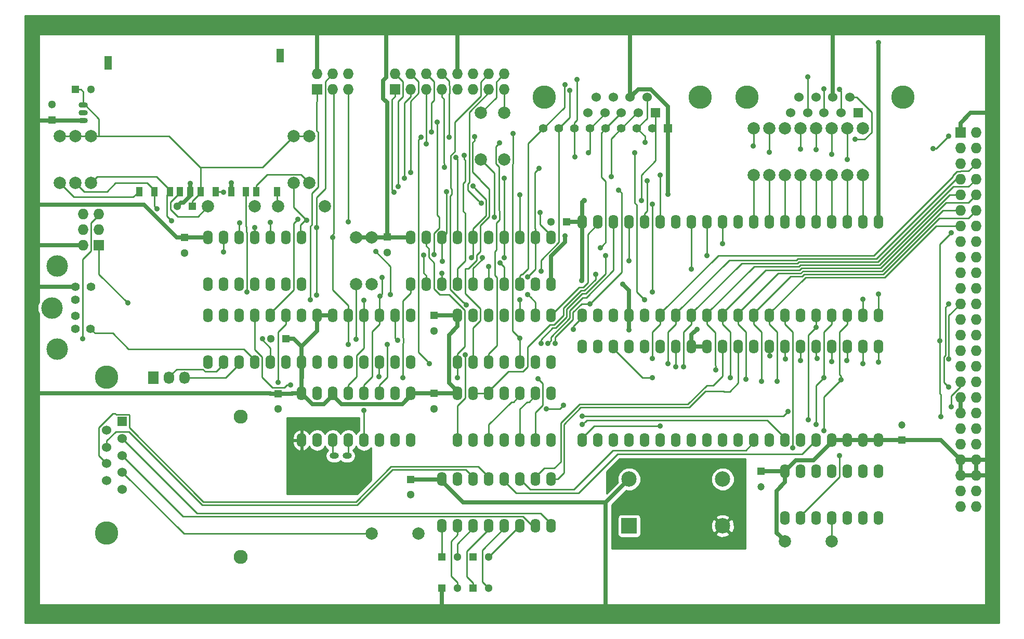
<source format=gbr>
G04 #@! TF.FileFunction,Copper,L1,Top,Signal*
%FSLAX46Y46*%
G04 Gerber Fmt 4.6, Leading zero omitted, Abs format (unit mm)*
G04 Created by KiCad (PCBNEW 4.0.2+dfsg1-stable) date Sat 18 Nov 2017 01:56:56 PM CET*
%MOMM*%
G01*
G04 APERTURE LIST*
%ADD10C,0.100000*%
%ADD11R,1.727200X1.727200*%
%ADD12O,1.727200X1.727200*%
%ADD13C,3.810000*%
%ADD14R,1.524000X1.524000*%
%ADD15C,1.524000*%
%ADD16O,1.600000X2.300000*%
%ADD17C,2.286000*%
%ADD18R,1.300000X1.300000*%
%ADD19C,1.300000*%
%ADD20R,1.200000X1.200000*%
%ADD21C,1.200000*%
%ADD22C,1.422400*%
%ADD23C,3.497580*%
%ADD24C,1.998980*%
%ADD25R,1.397000X1.397000*%
%ADD26C,1.397000*%
%ADD27R,1.000000X1.500000*%
%ADD28R,1.200000X2.200000*%
%ADD29O,1.501140X0.899160*%
%ADD30O,1.501140X1.000760*%
%ADD31R,2.499360X2.499360*%
%ADD32C,2.499360*%
%ADD33R,1.727200X2.032000*%
%ADD34O,1.727200X2.032000*%
%ADD35C,0.889000*%
%ADD36C,0.635000*%
%ADD37C,0.254000*%
G04 APERTURE END LIST*
D10*
D11*
X215265000Y-65405000D03*
D12*
X217805000Y-65405000D03*
X215265000Y-67945000D03*
X217805000Y-67945000D03*
X215265000Y-70485000D03*
X217805000Y-70485000D03*
X215265000Y-73025000D03*
X217805000Y-73025000D03*
X215265000Y-75565000D03*
X217805000Y-75565000D03*
X215265000Y-78105000D03*
X217805000Y-78105000D03*
X215265000Y-80645000D03*
X217805000Y-80645000D03*
X215265000Y-83185000D03*
X217805000Y-83185000D03*
X215265000Y-85725000D03*
X217805000Y-85725000D03*
X215265000Y-88265000D03*
X217805000Y-88265000D03*
X215265000Y-90805000D03*
X217805000Y-90805000D03*
X215265000Y-93345000D03*
X217805000Y-93345000D03*
X215265000Y-95885000D03*
X217805000Y-95885000D03*
X215265000Y-98425000D03*
X217805000Y-98425000D03*
X215265000Y-100965000D03*
X217805000Y-100965000D03*
X215265000Y-103505000D03*
X217805000Y-103505000D03*
X215265000Y-106045000D03*
X217805000Y-106045000D03*
X215265000Y-108585000D03*
X217805000Y-108585000D03*
X215265000Y-111125000D03*
X217805000Y-111125000D03*
X215265000Y-113665000D03*
X217805000Y-113665000D03*
X215265000Y-116205000D03*
X217805000Y-116205000D03*
X215265000Y-118745000D03*
X217805000Y-118745000D03*
X215265000Y-121285000D03*
X217805000Y-121285000D03*
X215265000Y-123825000D03*
X217805000Y-123825000D03*
X215265000Y-126365000D03*
X217805000Y-126365000D03*
D11*
X110490000Y-58420000D03*
D12*
X110490000Y-55880000D03*
X113030000Y-58420000D03*
X113030000Y-55880000D03*
X115570000Y-58420000D03*
X115570000Y-55880000D03*
D13*
X172847000Y-59690000D03*
X147447000Y-59690000D03*
D14*
X165608000Y-62230000D03*
D15*
X162814000Y-62230000D03*
X160020000Y-62230000D03*
X157353000Y-62230000D03*
X154559000Y-62230000D03*
X155956000Y-59690000D03*
X158750000Y-59690000D03*
X161417000Y-59690000D03*
X164211000Y-59690000D03*
D16*
X201930000Y-80010000D03*
X199390000Y-80010000D03*
X196850000Y-80010000D03*
X194310000Y-80010000D03*
X191770000Y-80010000D03*
X189230000Y-80010000D03*
X186690000Y-80010000D03*
X184150000Y-80010000D03*
X181610000Y-80010000D03*
X179070000Y-80010000D03*
X176530000Y-80010000D03*
X173990000Y-80010000D03*
X171450000Y-80010000D03*
X168910000Y-80010000D03*
X166370000Y-80010000D03*
X163830000Y-80010000D03*
X161290000Y-80010000D03*
X158750000Y-80010000D03*
X156210000Y-80010000D03*
X153670000Y-80010000D03*
X153670000Y-95250000D03*
X156210000Y-95250000D03*
X158750000Y-95250000D03*
X161290000Y-95250000D03*
X163830000Y-95250000D03*
X166370000Y-95250000D03*
X168910000Y-95250000D03*
X171450000Y-95250000D03*
X173990000Y-95250000D03*
X176530000Y-95250000D03*
X179070000Y-95250000D03*
X181610000Y-95250000D03*
X184150000Y-95250000D03*
X186690000Y-95250000D03*
X189230000Y-95250000D03*
X191770000Y-95250000D03*
X194310000Y-95250000D03*
X196850000Y-95250000D03*
X199390000Y-95250000D03*
X201930000Y-95250000D03*
X133350000Y-115570000D03*
X135890000Y-115570000D03*
X138430000Y-115570000D03*
X140970000Y-115570000D03*
X143510000Y-115570000D03*
X146050000Y-115570000D03*
X148590000Y-115570000D03*
X148590000Y-107950000D03*
X146050000Y-107950000D03*
X143510000Y-107950000D03*
X140970000Y-107950000D03*
X138430000Y-107950000D03*
X135890000Y-107950000D03*
X133350000Y-107950000D03*
X130810000Y-129540000D03*
X133350000Y-129540000D03*
X135890000Y-129540000D03*
X138430000Y-129540000D03*
X140970000Y-129540000D03*
X143510000Y-129540000D03*
X146050000Y-129540000D03*
X148590000Y-129540000D03*
X148590000Y-121920000D03*
X146050000Y-121920000D03*
X143510000Y-121920000D03*
X140970000Y-121920000D03*
X138430000Y-121920000D03*
X135890000Y-121920000D03*
X133350000Y-121920000D03*
X130810000Y-121920000D03*
D17*
X98044000Y-134620000D03*
X98044000Y-111760000D03*
D18*
X151090000Y-80010000D03*
D19*
X148590000Y-80010000D03*
D18*
X104140000Y-107990000D03*
D19*
X104140000Y-110490000D03*
D18*
X88900000Y-82550000D03*
D19*
X88900000Y-85050000D03*
D18*
X129540000Y-95250000D03*
D19*
X129540000Y-97750000D03*
D18*
X129540000Y-107950000D03*
D19*
X129540000Y-110450000D03*
D18*
X67310000Y-63373000D03*
D19*
X67310000Y-60873000D03*
D18*
X71120000Y-58420000D03*
D19*
X73620000Y-58420000D03*
D18*
X121920000Y-82463000D03*
D19*
X121920000Y-84963000D03*
D18*
X105410000Y-99060000D03*
D19*
X102910000Y-99060000D03*
D20*
X205740000Y-115570000D03*
D21*
X205740000Y-113070000D03*
D20*
X182753000Y-120650000D03*
D21*
X182753000Y-123150000D03*
D18*
X125730000Y-121960000D03*
D19*
X125730000Y-124460000D03*
D18*
X130810000Y-134620000D03*
D19*
X133310000Y-134620000D03*
D18*
X135890000Y-139700000D03*
D19*
X138390000Y-139700000D03*
D18*
X135890000Y-134620000D03*
D19*
X138390000Y-134620000D03*
D18*
X130810000Y-139700000D03*
D19*
X133310000Y-139700000D03*
D16*
X92710000Y-102870000D03*
X95250000Y-102870000D03*
X97790000Y-102870000D03*
X100330000Y-102870000D03*
X102870000Y-102870000D03*
X105410000Y-102870000D03*
X107950000Y-102870000D03*
X110490000Y-102870000D03*
X113030000Y-102870000D03*
X115570000Y-102870000D03*
X118110000Y-102870000D03*
X120650000Y-102870000D03*
X123190000Y-102870000D03*
X125730000Y-102870000D03*
X125730000Y-95250000D03*
X123190000Y-95250000D03*
X120650000Y-95250000D03*
X118110000Y-95250000D03*
X115570000Y-95250000D03*
X113030000Y-95250000D03*
X110490000Y-95250000D03*
X107950000Y-95250000D03*
X105410000Y-95250000D03*
X102870000Y-95250000D03*
X100330000Y-95250000D03*
X97790000Y-95250000D03*
X95250000Y-95250000D03*
X92710000Y-95250000D03*
D13*
X76200000Y-105283000D03*
X76200000Y-130683000D03*
D14*
X78740000Y-112522000D03*
D15*
X78740000Y-115316000D03*
X78740000Y-118110000D03*
X78740000Y-120777000D03*
X78740000Y-123571000D03*
X76200000Y-122174000D03*
X76200000Y-119380000D03*
X76200000Y-116713000D03*
X76200000Y-113919000D03*
D11*
X74930000Y-83820000D03*
D12*
X72390000Y-83820000D03*
X74930000Y-81280000D03*
X72390000Y-81280000D03*
X74930000Y-78740000D03*
X72390000Y-78740000D03*
D22*
X71120000Y-95305880D03*
X71120000Y-92710000D03*
X71120000Y-97406460D03*
X71120000Y-90609420D03*
X73568560Y-97406460D03*
X73619360Y-90609420D03*
D23*
X68120260Y-87208360D03*
X67322700Y-94007940D03*
X68120260Y-100756720D03*
D13*
X205867000Y-59690000D03*
X180467000Y-59690000D03*
D14*
X198628000Y-62230000D03*
D15*
X195834000Y-62230000D03*
X193040000Y-62230000D03*
X190373000Y-62230000D03*
X187579000Y-62230000D03*
X188976000Y-59690000D03*
X191770000Y-59690000D03*
X194437000Y-59690000D03*
X197231000Y-59690000D03*
D24*
X106680000Y-66040000D03*
X106680000Y-73660000D03*
X73660000Y-66040000D03*
X73660000Y-73660000D03*
X71120000Y-66040000D03*
X71120000Y-73660000D03*
X109220000Y-66040000D03*
X109220000Y-73660000D03*
X68580000Y-66040000D03*
X68580000Y-73660000D03*
X199390000Y-64770000D03*
X199390000Y-72390000D03*
X196850000Y-64770000D03*
X196850000Y-72390000D03*
X194310000Y-64770000D03*
X194310000Y-72390000D03*
X191770000Y-64770000D03*
X191770000Y-72390000D03*
X189230000Y-64770000D03*
X189230000Y-72390000D03*
X186690000Y-64770000D03*
X186690000Y-72390000D03*
X184150000Y-64770000D03*
X184150000Y-72390000D03*
X181610000Y-64770000D03*
X181610000Y-72390000D03*
X104140000Y-77470000D03*
X111760000Y-77470000D03*
X92710000Y-77470000D03*
X100330000Y-77470000D03*
X186690000Y-132080000D03*
X194310000Y-132080000D03*
X119380000Y-130810000D03*
X127000000Y-130810000D03*
X137160000Y-62230000D03*
X137160000Y-69850000D03*
X140970000Y-62230000D03*
X140970000Y-69850000D03*
X119380000Y-90170000D03*
X119380000Y-82550000D03*
X116840000Y-90170000D03*
X116840000Y-82550000D03*
D25*
X167640000Y-64770000D03*
D26*
X165100000Y-64770000D03*
X162560000Y-64770000D03*
X160020000Y-64770000D03*
X157480000Y-64770000D03*
X154940000Y-64770000D03*
X152400000Y-64770000D03*
X149860000Y-64770000D03*
X147320000Y-64770000D03*
D27*
X83965000Y-75100000D03*
X86465000Y-75100000D03*
X89765000Y-75100000D03*
X91465000Y-75100000D03*
X93965000Y-75100000D03*
X96465000Y-75100000D03*
X98890000Y-75100000D03*
X100590000Y-75100000D03*
X81465000Y-75100000D03*
X88115000Y-75100000D03*
X103940000Y-75100000D03*
D28*
X76440000Y-54100000D03*
X104440000Y-52900000D03*
D16*
X125730000Y-90170000D03*
X128270000Y-90170000D03*
X130810000Y-90170000D03*
X133350000Y-90170000D03*
X135890000Y-90170000D03*
X138430000Y-90170000D03*
X140970000Y-90170000D03*
X143510000Y-90170000D03*
X146050000Y-90170000D03*
X148590000Y-90170000D03*
X148590000Y-82550000D03*
X146050000Y-82550000D03*
X143510000Y-82550000D03*
X140970000Y-82550000D03*
X138430000Y-82550000D03*
X135890000Y-82550000D03*
X133350000Y-82550000D03*
X130810000Y-82550000D03*
X128270000Y-82550000D03*
X125730000Y-82550000D03*
X133350000Y-102870000D03*
X135890000Y-102870000D03*
X138430000Y-102870000D03*
X140970000Y-102870000D03*
X143510000Y-102870000D03*
X146050000Y-102870000D03*
X148590000Y-102870000D03*
X148590000Y-95250000D03*
X146050000Y-95250000D03*
X143510000Y-95250000D03*
X140970000Y-95250000D03*
X138430000Y-95250000D03*
X135890000Y-95250000D03*
X133350000Y-95250000D03*
D29*
X72390000Y-62230000D03*
X72390000Y-63500000D03*
X72390000Y-60960000D03*
D16*
X107950000Y-115570000D03*
X110490000Y-115570000D03*
X113030000Y-115570000D03*
X115570000Y-115570000D03*
X118110000Y-115570000D03*
X120650000Y-115570000D03*
X123190000Y-115570000D03*
X125730000Y-115570000D03*
X125730000Y-107950000D03*
X123190000Y-107950000D03*
X120650000Y-107950000D03*
X118110000Y-107950000D03*
X115570000Y-107950000D03*
X113030000Y-107950000D03*
X110490000Y-107950000D03*
X107950000Y-107950000D03*
X186690000Y-128270000D03*
X189230000Y-128270000D03*
X191770000Y-128270000D03*
X194310000Y-128270000D03*
X196850000Y-128270000D03*
X199390000Y-128270000D03*
X201930000Y-128270000D03*
X201930000Y-120650000D03*
X199390000Y-120650000D03*
X196850000Y-120650000D03*
X194310000Y-120650000D03*
X191770000Y-120650000D03*
X189230000Y-120650000D03*
X186690000Y-120650000D03*
X201930000Y-100330000D03*
X199390000Y-100330000D03*
X196850000Y-100330000D03*
X194310000Y-100330000D03*
X191770000Y-100330000D03*
X189230000Y-100330000D03*
X186690000Y-100330000D03*
X184150000Y-100330000D03*
X181610000Y-100330000D03*
X179070000Y-100330000D03*
X176530000Y-100330000D03*
X173990000Y-100330000D03*
X171450000Y-100330000D03*
X168910000Y-100330000D03*
X166370000Y-100330000D03*
X163830000Y-100330000D03*
X161290000Y-100330000D03*
X158750000Y-100330000D03*
X156210000Y-100330000D03*
X153670000Y-100330000D03*
X153670000Y-115570000D03*
X156210000Y-115570000D03*
X158750000Y-115570000D03*
X161290000Y-115570000D03*
X163830000Y-115570000D03*
X166370000Y-115570000D03*
X168910000Y-115570000D03*
X171450000Y-115570000D03*
X173990000Y-115570000D03*
X176530000Y-115570000D03*
X179070000Y-115570000D03*
X181610000Y-115570000D03*
X184150000Y-115570000D03*
X186690000Y-115570000D03*
X189230000Y-115570000D03*
X191770000Y-115570000D03*
X194310000Y-115570000D03*
X196850000Y-115570000D03*
X199390000Y-115570000D03*
X201930000Y-115570000D03*
D30*
X115349020Y-118110000D03*
X113250980Y-118110000D03*
D31*
X161290000Y-129540000D03*
D32*
X176530000Y-129540000D03*
X176530000Y-121920000D03*
X161290000Y-121920000D03*
D16*
X92710000Y-90170000D03*
X95250000Y-90170000D03*
X97790000Y-90170000D03*
X100330000Y-90170000D03*
X102870000Y-90170000D03*
X105410000Y-90170000D03*
X107950000Y-90170000D03*
X107950000Y-82550000D03*
X105410000Y-82550000D03*
X102870000Y-82550000D03*
X100330000Y-82550000D03*
X97790000Y-82550000D03*
X95250000Y-82550000D03*
X92710000Y-82550000D03*
D11*
X123190000Y-58420000D03*
D12*
X123190000Y-55880000D03*
X125730000Y-58420000D03*
X125730000Y-55880000D03*
X128270000Y-58420000D03*
X128270000Y-55880000D03*
X130810000Y-58420000D03*
X130810000Y-55880000D03*
X133350000Y-58420000D03*
X133350000Y-55880000D03*
X135890000Y-58420000D03*
X135890000Y-55880000D03*
X138430000Y-58420000D03*
X138430000Y-55880000D03*
X140970000Y-58420000D03*
X140970000Y-55880000D03*
D18*
X90170000Y-77470000D03*
D19*
X87670000Y-77470000D03*
D33*
X83820000Y-105410000D03*
D34*
X86360000Y-105410000D03*
X88900000Y-105410000D03*
D35*
X201930042Y-50800000D03*
X150819521Y-82239521D03*
X89765000Y-73715000D03*
X96520000Y-73660000D03*
X167650921Y-75501520D03*
X153943785Y-76517458D03*
X153530770Y-89522770D03*
X161290000Y-97606530D03*
X160274000Y-90170000D03*
X172361771Y-97490171D03*
X213360000Y-106934001D03*
X213360000Y-93345000D03*
X72263000Y-99060000D03*
X149225000Y-99822000D03*
X159607171Y-74803022D03*
X137183339Y-76961980D03*
X210756500Y-68072000D03*
X187947785Y-116827755D03*
X154939996Y-93345000D03*
X213360000Y-66040000D03*
X166370000Y-113284000D03*
X213741000Y-110108996D03*
X213360004Y-102362000D03*
X168910000Y-103631996D03*
X165100000Y-105410000D03*
X107350736Y-79565469D03*
X212090000Y-111760000D03*
X118110000Y-110687546D03*
X106172000Y-106553000D03*
X152244006Y-97550484D03*
X134799337Y-93511675D03*
X195580000Y-118110000D03*
X211900816Y-99360949D03*
X213741000Y-81788000D03*
X184242434Y-101790398D03*
X165100000Y-102235000D03*
X186725551Y-102301181D03*
X167640000Y-103124002D03*
X189230000Y-102616000D03*
X170180000Y-103632000D03*
X175387000Y-104076470D03*
X191897000Y-102234948D03*
X177800006Y-105410000D03*
X194310000Y-102743000D03*
X196723000Y-102616000D03*
X180340000Y-105664000D03*
X182880000Y-105981469D03*
X199389998Y-103124000D03*
X185420000Y-105981469D03*
X201930000Y-102870000D03*
X190500000Y-112267994D03*
X191770000Y-97154998D03*
X191770000Y-113029994D03*
X193040000Y-105410000D03*
X193040000Y-114045992D03*
X195818086Y-105763753D03*
X101561497Y-99060000D03*
X120573245Y-105226537D03*
X146939000Y-99822000D03*
X173990000Y-85471000D03*
X157480000Y-85471000D03*
X123571004Y-99314000D03*
X100329992Y-80899000D03*
X110363000Y-91948000D03*
X110363000Y-80899000D03*
X161290000Y-86296520D03*
X120690208Y-92070382D03*
X121031000Y-89027000D03*
X118065784Y-92804874D03*
X109331540Y-92646480D03*
X79629000Y-93218000D03*
X148082000Y-99822002D03*
X113030000Y-82549984D03*
X121920000Y-99949000D03*
X115570008Y-99949000D03*
X153655227Y-111641814D03*
X147828000Y-110490000D03*
X150622000Y-109855000D03*
X104089850Y-106133475D03*
X187134480Y-110910338D03*
X128728376Y-103071086D03*
X181489689Y-67640948D03*
X127374535Y-66161763D03*
X131953000Y-66166996D03*
X134620000Y-101656490D03*
X131165490Y-71119887D03*
X184150000Y-68643520D03*
X129095480Y-65341520D03*
X128270000Y-67309997D03*
X140207308Y-67119469D03*
X189230000Y-68135520D03*
X125666500Y-71945500D03*
X146647699Y-71232630D03*
X144756840Y-88963531D03*
X191770000Y-68199000D03*
X130810000Y-88392004D03*
X124650500Y-72897996D03*
X140970000Y-85788520D03*
X137377961Y-85788520D03*
X140970000Y-72890876D03*
X194310000Y-68961000D03*
X135826500Y-74168000D03*
X123705677Y-74221728D03*
X135636000Y-85788520D03*
X140273083Y-86694491D03*
X196850000Y-69850000D03*
X130837673Y-86387673D03*
X122999500Y-75120500D03*
X131553323Y-75059049D03*
X115570000Y-80010000D03*
X163273671Y-76517540D03*
X146765690Y-78422531D03*
X158368998Y-72644000D03*
X143510004Y-75564980D03*
X156590992Y-84201000D03*
X154689018Y-68707065D03*
X133106594Y-69482868D03*
X163844554Y-66998112D03*
X136080520Y-66111286D03*
X127825520Y-85378259D03*
X129476541Y-85359599D03*
X130048000Y-63754000D03*
X152781000Y-56769000D03*
X195579998Y-58420000D03*
X152485800Y-69405575D03*
X134421055Y-69133277D03*
X151638000Y-58547000D03*
X193040000Y-58292996D03*
X138430000Y-87305433D03*
X146938969Y-88014368D03*
X150876000Y-57658000D03*
X190373012Y-56324520D03*
X143510000Y-98932996D03*
X142351048Y-65611947D03*
X116840004Y-99123480D03*
X198120000Y-66548000D03*
X108764920Y-79714181D03*
X95186500Y-75120500D03*
X102824056Y-80083081D03*
X86741000Y-79819500D03*
X97837693Y-80184022D03*
X84391986Y-77890117D03*
X166370006Y-72390000D03*
X164239978Y-73278959D03*
X139367930Y-79248020D03*
X165100016Y-77089000D03*
X165100000Y-91440000D03*
X201930000Y-91757520D03*
X162154439Y-68707065D03*
X163830000Y-92710000D03*
X199390000Y-92583040D03*
X144780000Y-91821000D03*
X99060000Y-91440000D03*
X95250000Y-84906570D03*
X176530000Y-83502531D03*
X143510010Y-92710000D03*
X122427992Y-91821000D03*
X120015000Y-84836000D03*
X171450000Y-87693520D03*
X155829000Y-88519006D03*
X153670000Y-113029998D03*
X146431000Y-105537000D03*
X133350000Y-105410000D03*
X124460000Y-105410000D03*
D36*
X201930000Y-50800042D02*
X201930042Y-50800000D01*
X201930000Y-80010000D02*
X201930000Y-50800042D01*
X87670000Y-77470000D02*
X88319999Y-76820001D01*
X88319999Y-76820001D02*
X88673701Y-76820001D01*
X88673701Y-76820001D02*
X89765000Y-75728702D01*
X89765000Y-75728702D02*
X89765000Y-75100000D01*
X215265000Y-108585000D02*
X215265000Y-111125000D01*
X148590000Y-85558043D02*
X150819521Y-83328522D01*
X148590000Y-90170000D02*
X148590000Y-85558043D01*
X150819521Y-83328522D02*
X150819521Y-82239521D01*
X96465000Y-75100000D02*
X96465000Y-73715000D01*
X96465000Y-73715000D02*
X96520000Y-73660000D01*
X96465000Y-75100000D02*
X96465000Y-74850000D01*
X89765000Y-75100000D02*
X89765000Y-73715000D01*
X114401510Y-109671510D02*
X124358490Y-109671510D01*
X124358490Y-109671510D02*
X125730000Y-108300000D01*
X113030000Y-108300000D02*
X114401510Y-109671510D01*
X125730000Y-108300000D02*
X125730000Y-107950000D01*
X105410000Y-99060000D02*
X106680000Y-99060000D01*
X106680000Y-99060000D02*
X107315000Y-99695000D01*
X107315000Y-99695000D02*
X107950000Y-100330000D01*
X110490000Y-55880000D02*
X110490000Y-48133000D01*
X167650921Y-74872903D02*
X167650921Y-75501520D01*
X167650921Y-61156339D02*
X167650921Y-74872903D01*
X161417000Y-59690000D02*
X162750501Y-58356499D01*
X162750501Y-58356499D02*
X164851081Y-58356499D01*
X164851081Y-58356499D02*
X167650921Y-61156339D01*
X153670000Y-80010000D02*
X153670000Y-76791243D01*
X153670000Y-76791243D02*
X153943785Y-76517458D01*
X153670000Y-80010000D02*
X153670000Y-89383540D01*
X153670000Y-89383540D02*
X153530770Y-89522770D01*
X186690000Y-120650000D02*
X188468000Y-118872000D01*
X188468000Y-118872000D02*
X191358000Y-118872000D01*
X191358000Y-118872000D02*
X194310000Y-115920000D01*
X194310000Y-115920000D02*
X194310000Y-115570000D01*
X130810000Y-140985000D02*
X130810000Y-144780000D01*
X130810000Y-139700000D02*
X130810000Y-140985000D01*
X125730000Y-121960000D02*
X130770000Y-121960000D01*
X130770000Y-121960000D02*
X130810000Y-121920000D01*
X157480000Y-125730000D02*
X134270000Y-125730000D01*
X134270000Y-125730000D02*
X130810000Y-122270000D01*
X130810000Y-122270000D02*
X130810000Y-121920000D01*
X129540000Y-95250000D02*
X131826000Y-95250000D01*
X131826000Y-95250000D02*
X133350000Y-95250000D01*
X215265000Y-65405000D02*
X215265000Y-63881000D01*
X216916000Y-62230000D02*
X219710000Y-62230000D01*
X215265000Y-63881000D02*
X216916000Y-62230000D01*
X121754899Y-56454257D02*
X121754899Y-48425101D01*
X121246888Y-56962267D02*
X121754899Y-56454257D01*
X121246888Y-59877733D02*
X121246888Y-56962267D01*
X121920000Y-82463000D02*
X121920000Y-60550844D01*
X121920000Y-60550844D02*
X121246888Y-59877733D01*
X133350000Y-55880000D02*
X133350000Y-48133000D01*
X133350000Y-107950000D02*
X133350000Y-107600000D01*
X133350000Y-107600000D02*
X131978490Y-106228490D01*
X131978490Y-106228490D02*
X131978490Y-98406510D01*
X131978490Y-98406510D02*
X133350000Y-97035000D01*
X133350000Y-97035000D02*
X133350000Y-95250000D01*
X121920000Y-82463000D02*
X122007000Y-82550000D01*
X122007000Y-82550000D02*
X124206000Y-82550000D01*
X124206000Y-82550000D02*
X125730000Y-82550000D01*
X90185000Y-82550000D02*
X92710000Y-82550000D01*
X102815000Y-107950000D02*
X63500000Y-107950000D01*
X104140000Y-107990000D02*
X102855000Y-107990000D01*
X102855000Y-107990000D02*
X102815000Y-107950000D01*
X107950000Y-107950000D02*
X106426000Y-107950000D01*
X106426000Y-107950000D02*
X106386000Y-107990000D01*
X106386000Y-107990000D02*
X104140000Y-107990000D01*
X111595000Y-109735000D02*
X109735000Y-109735000D01*
X109735000Y-109735000D02*
X107950000Y-107950000D01*
X113030000Y-108300000D02*
X111595000Y-109735000D01*
X90185000Y-82550000D02*
X88900000Y-82550000D01*
X110490000Y-95250000D02*
X113030000Y-95250000D01*
X161290000Y-95250000D02*
X161290000Y-97606530D01*
X107990000Y-105410000D02*
X107990000Y-102910000D01*
X107990000Y-102910000D02*
X107950000Y-102870000D01*
X161290000Y-91186000D02*
X160274000Y-90170000D01*
X161290000Y-95250000D02*
X161290000Y-91186000D01*
X82281000Y-77216000D02*
X64516000Y-77216000D01*
X87615000Y-82550000D02*
X82281000Y-77216000D01*
X88900000Y-82550000D02*
X87615000Y-82550000D01*
X153670000Y-80010000D02*
X151090000Y-80010000D01*
X107950000Y-102870000D02*
X107950000Y-107950000D01*
X119380000Y-82550000D02*
X121833000Y-82550000D01*
X121833000Y-82550000D02*
X121920000Y-82463000D01*
X116840000Y-82550000D02*
X119380000Y-82550000D01*
X194437000Y-59690000D02*
X194437000Y-57150000D01*
X194437000Y-57150000D02*
X194437000Y-48260000D01*
X161417000Y-59690000D02*
X161417000Y-48260000D01*
X67310000Y-63500000D02*
X72390000Y-63500000D01*
X67310000Y-63500000D02*
X63500000Y-63500000D01*
X71120000Y-83820000D02*
X63451314Y-83820000D01*
X72341314Y-83820000D02*
X71120000Y-83820000D01*
X70055792Y-90551000D02*
X63500000Y-90551000D01*
X71120000Y-90609420D02*
X70114212Y-90609420D01*
X70114212Y-90609420D02*
X70055792Y-90551000D01*
X110490000Y-97790000D02*
X107950000Y-100330000D01*
X107950000Y-100330000D02*
X107950000Y-102870000D01*
X110490000Y-95250000D02*
X110490000Y-97790000D01*
X113030000Y-107950000D02*
X113030000Y-108300000D01*
X125730000Y-107950000D02*
X129540000Y-107950000D01*
X129540000Y-107950000D02*
X133350000Y-107950000D01*
X171450000Y-99980000D02*
X171450000Y-100330000D01*
X171450000Y-100330000D02*
X173990000Y-100330000D01*
X186690000Y-120650000D02*
X186690000Y-122435000D01*
X186690000Y-122435000D02*
X185318490Y-123806510D01*
X185318490Y-123806510D02*
X185318490Y-130708490D01*
X185318490Y-130708490D02*
X185690511Y-131080511D01*
X185690511Y-131080511D02*
X186690000Y-132080000D01*
X182753000Y-120650000D02*
X186690000Y-120650000D01*
X157480000Y-125730000D02*
X157480000Y-143510000D01*
X161290000Y-121920000D02*
X157480000Y-125730000D01*
X205740000Y-115570000D02*
X212090000Y-115570000D01*
X212090000Y-115570000D02*
X215265000Y-118745000D01*
X219026314Y-121285000D02*
X220345000Y-121285000D01*
X217805000Y-121285000D02*
X219026314Y-121285000D01*
X217805000Y-118745000D02*
X220345000Y-118745000D01*
X217805000Y-118745000D02*
X215265000Y-118745000D01*
X217805000Y-121285000D02*
X217805000Y-118745000D01*
X215265000Y-121285000D02*
X217805000Y-121285000D01*
X215265000Y-118745000D02*
X215265000Y-121285000D01*
X201930000Y-115570000D02*
X205740000Y-115570000D01*
X199390000Y-115570000D02*
X201930000Y-115570000D01*
X199390000Y-115570000D02*
X196850000Y-115570000D01*
X197358000Y-115570000D02*
X196850000Y-115570000D01*
X194310000Y-115570000D02*
X197358000Y-115570000D01*
X172358146Y-97492232D02*
X172360207Y-97490171D01*
X172360207Y-97490171D02*
X172361771Y-97490171D01*
X171450000Y-98400378D02*
X172358146Y-97492232D01*
X171450000Y-100330000D02*
X171450000Y-98400378D01*
D37*
X213360000Y-93345000D02*
X212788498Y-93916502D01*
X212915501Y-106489502D02*
X213360000Y-106934001D01*
X212788498Y-93916502D02*
X212788498Y-101711754D01*
X212788498Y-101711754D02*
X212534494Y-101965758D01*
X212534494Y-101965758D02*
X212534494Y-106108495D01*
X212534494Y-106108495D02*
X212915501Y-106489502D01*
X73660000Y-84709000D02*
X72263000Y-86106000D01*
X73660000Y-80137000D02*
X73660000Y-84709000D01*
X72263000Y-98431383D02*
X72263000Y-99060000D01*
X72263000Y-86106000D02*
X72263000Y-98431383D01*
X74930000Y-78867000D02*
X73660000Y-80137000D01*
X149225000Y-98790508D02*
X149225000Y-99193383D01*
X152146034Y-95869474D02*
X149225000Y-98790508D01*
X154939996Y-93345000D02*
X153549387Y-93345000D01*
X153549387Y-93345000D02*
X152146034Y-94748353D01*
X149225000Y-99193383D02*
X149225000Y-99822000D01*
X152146034Y-94748353D02*
X152146034Y-95869474D01*
X135255000Y-73517756D02*
X135000998Y-73771758D01*
X135255000Y-62091872D02*
X135255000Y-73517756D01*
X138430000Y-58420000D02*
X138430000Y-58916872D01*
X136738840Y-76517481D02*
X137183339Y-76961980D01*
X138430000Y-58916872D02*
X135255000Y-62091872D01*
X135000998Y-73771758D02*
X135000998Y-74779639D01*
X135000998Y-74779639D02*
X136738840Y-76517481D01*
X160051670Y-75247521D02*
X159607171Y-74803022D01*
X160051670Y-88233326D02*
X160051670Y-75247521D01*
X154939996Y-93345000D02*
X160051670Y-88233326D01*
X211328000Y-68072000D02*
X210756500Y-68072000D01*
X213360000Y-66040000D02*
X211328000Y-68072000D01*
X187947785Y-116199138D02*
X187947785Y-116827755D01*
X187960000Y-116186923D02*
X187947785Y-116199138D01*
X187960000Y-97924000D02*
X187960000Y-116186923D01*
X186690000Y-96654000D02*
X187960000Y-97924000D01*
X186690000Y-95250000D02*
X186690000Y-96654000D01*
X217678002Y-65405000D02*
X217805000Y-65405000D01*
X138430000Y-58420000D02*
X138557000Y-58547000D01*
X191770000Y-128270000D02*
X191770000Y-127920000D01*
X215265000Y-106045000D02*
X215265000Y-106807000D01*
X215265000Y-106807000D02*
X213741022Y-108330978D01*
X213741022Y-108330978D02*
X213741022Y-109480357D01*
X213741022Y-109480357D02*
X213741000Y-109480379D01*
X213741000Y-109480379D02*
X213741000Y-110108996D01*
X165741383Y-113284000D02*
X166370000Y-113284000D01*
X155606000Y-113284000D02*
X165741383Y-113284000D01*
X153670000Y-115220000D02*
X155606000Y-113284000D01*
X153670000Y-115570000D02*
X153670000Y-115220000D01*
X213360004Y-101733383D02*
X213360004Y-102362000D01*
X213360004Y-95249996D02*
X213360004Y-101733383D01*
X215265000Y-93345000D02*
X213360004Y-95249996D01*
X168910000Y-100330000D02*
X168910000Y-103631996D01*
X164471383Y-105410000D02*
X165100000Y-105410000D01*
X158750000Y-100680000D02*
X163480000Y-105410000D01*
X158750000Y-100330000D02*
X158750000Y-100680000D01*
X163480000Y-105410000D02*
X164471383Y-105410000D01*
X102870000Y-95250000D02*
X102870000Y-94900000D01*
X102870000Y-94900000D02*
X106680000Y-91090000D01*
X106680000Y-91090000D02*
X106680000Y-80236205D01*
X106906237Y-80009968D02*
X107350736Y-79565469D01*
X106680000Y-80236205D02*
X106906237Y-80009968D01*
X212090000Y-108155744D02*
X212090000Y-111131383D01*
X211900816Y-107966560D02*
X212090000Y-108155744D01*
X211900816Y-99360949D02*
X211900816Y-107966560D01*
X212090000Y-111131383D02*
X212090000Y-111760000D01*
X118110000Y-115570000D02*
X118110000Y-110687546D01*
X101511010Y-105284810D02*
X103185199Y-106958999D01*
X103185199Y-106958999D02*
X105137384Y-106958999D01*
X100330000Y-100838000D02*
X101511010Y-102019010D01*
X105137384Y-106958999D02*
X105543383Y-106553000D01*
X100330000Y-95250000D02*
X100330000Y-100838000D01*
X105543383Y-106553000D02*
X106172000Y-106553000D01*
X101511010Y-102019010D02*
X101511010Y-105284810D01*
X153670000Y-95600000D02*
X152244006Y-97025994D01*
X153670000Y-95250000D02*
X153670000Y-95600000D01*
X152244006Y-97025994D02*
X152244006Y-97550484D01*
X132876250Y-68545750D02*
X132233126Y-69188874D01*
X132233126Y-74517110D02*
X132378824Y-74662808D01*
X132876250Y-63752186D02*
X132876250Y-68545750D01*
X134354838Y-93067176D02*
X134799337Y-93511675D01*
X134226976Y-93067176D02*
X134354838Y-93067176D01*
X132143499Y-90983699D02*
X134226976Y-93067176D01*
X132143499Y-75758659D02*
X132143499Y-90983699D01*
X132378824Y-75523334D02*
X132143499Y-75758659D01*
X132233126Y-69188874D02*
X132233126Y-74517110D01*
X138430000Y-55880000D02*
X137134601Y-57175399D01*
X137134601Y-57175399D02*
X137134601Y-59493835D01*
X132378824Y-74662808D02*
X132378824Y-75523334D01*
X137134601Y-59493835D02*
X132876250Y-63752186D01*
X189230000Y-128270000D02*
X189230000Y-127920000D01*
X189230000Y-127920000D02*
X195580000Y-121570000D01*
X195580000Y-121570000D02*
X195580000Y-118110000D01*
X211900816Y-98732332D02*
X211900816Y-99360949D01*
X213741000Y-81788000D02*
X211900816Y-83628184D01*
X211900816Y-83628184D02*
X211900816Y-98732332D01*
X184150000Y-100330000D02*
X184150000Y-101734000D01*
X184206398Y-101790398D02*
X184242434Y-101790398D01*
X184150000Y-101734000D02*
X184206398Y-101790398D01*
X165100000Y-97924000D02*
X165100000Y-101606383D01*
X166370000Y-96654000D02*
X165100000Y-97924000D01*
X165100000Y-101606383D02*
X165100000Y-102235000D01*
X217805000Y-70485000D02*
X216560399Y-71729601D01*
X216560399Y-71729601D02*
X215290399Y-71729601D01*
X215290399Y-71729601D02*
X215239601Y-71780399D01*
X188549948Y-85471000D02*
X175799000Y-85471000D01*
X215239601Y-71780399D02*
X214667591Y-71780399D01*
X201168075Y-85470925D02*
X188550023Y-85470925D01*
X214667591Y-71780399D02*
X214020399Y-72427591D01*
X214020399Y-72427591D02*
X214020399Y-72618601D01*
X214020399Y-72618601D02*
X201168075Y-85470925D01*
X188550023Y-85470925D02*
X188549948Y-85471000D01*
X175799000Y-85471000D02*
X166370000Y-94900000D01*
X166370000Y-94900000D02*
X166370000Y-95250000D01*
X166370000Y-95250000D02*
X166370000Y-96654000D01*
X186690000Y-100330000D02*
X186690000Y-102265630D01*
X186690000Y-102265630D02*
X186725551Y-102301181D01*
X167639998Y-102495383D02*
X167640000Y-102495385D01*
X167640000Y-102495385D02*
X167640000Y-103124002D01*
X168910000Y-96654000D02*
X167639998Y-97924002D01*
X167639998Y-97924002D02*
X167639998Y-102495383D01*
X168910000Y-95250000D02*
X168910000Y-94900000D01*
X168910000Y-94900000D02*
X177576989Y-86233011D01*
X177576989Y-86233011D02*
X188506373Y-86233011D01*
X201549064Y-85978936D02*
X214503000Y-73025000D01*
X188506373Y-86233011D02*
X188760448Y-85978936D01*
X188760448Y-85978936D02*
X201549064Y-85978936D01*
X214503000Y-73025000D02*
X215265000Y-73025000D01*
X168910000Y-95250000D02*
X168910000Y-96654000D01*
X171450000Y-95250000D02*
X171450000Y-96654000D01*
X188716798Y-86741022D02*
X179608978Y-86741022D01*
X216560399Y-74269601D02*
X214060271Y-74269601D01*
X214060271Y-74269601D02*
X201842925Y-86486947D01*
X188970873Y-86486947D02*
X188716798Y-86741022D01*
X201842925Y-86486947D02*
X188970873Y-86486947D01*
X171450000Y-94900000D02*
X171450000Y-95250000D01*
X179608978Y-86741022D02*
X171450000Y-94900000D01*
X217805000Y-73025000D02*
X216560399Y-74269601D01*
X189230000Y-102616000D02*
X189230000Y-100330000D01*
X171450000Y-96654000D02*
X170180000Y-97924000D01*
X170180000Y-97924000D02*
X170180000Y-103003383D01*
X170180000Y-103003383D02*
X170180000Y-103632000D01*
X175387000Y-103447853D02*
X175387000Y-104076470D01*
X173990000Y-96654000D02*
X175323501Y-97987501D01*
X175323501Y-97987501D02*
X175323501Y-103384354D01*
X173990000Y-95250000D02*
X173990000Y-96654000D01*
X175323501Y-103384354D02*
X175387000Y-103447853D01*
X189181298Y-86994958D02*
X202053350Y-86994958D01*
X181640967Y-87249033D02*
X188927223Y-87249033D01*
X188927223Y-87249033D02*
X189181298Y-86994958D01*
X214043686Y-75565000D02*
X215265000Y-75565000D01*
X173990000Y-94900000D02*
X181640967Y-87249033D01*
X213483308Y-75565000D02*
X214043686Y-75565000D01*
X173990000Y-95250000D02*
X173990000Y-94900000D01*
X202053350Y-86994958D02*
X213483308Y-75565000D01*
X191770000Y-100330000D02*
X191770000Y-102107948D01*
X191770000Y-102107948D02*
X191897000Y-102234948D01*
X177800006Y-97924006D02*
X177800006Y-104781383D01*
X176530000Y-96654000D02*
X177800006Y-97924006D01*
X177800006Y-104781383D02*
X177800006Y-105410000D01*
X189010723Y-87883969D02*
X183546031Y-87883969D01*
X183546031Y-87883969D02*
X176530000Y-94900000D01*
X189391723Y-87502969D02*
X189010723Y-87883969D01*
X212906345Y-76860399D02*
X202263775Y-87502969D01*
X202263775Y-87502969D02*
X189391723Y-87502969D01*
X217805000Y-75565000D02*
X216509601Y-76860399D01*
X216509601Y-76860399D02*
X212906345Y-76860399D01*
X176530000Y-94900000D02*
X176530000Y-95250000D01*
X176530000Y-95250000D02*
X176530000Y-96654000D01*
X194310000Y-100330000D02*
X194310000Y-102743000D01*
X189602148Y-88010980D02*
X202474200Y-88010980D01*
X212380180Y-78105000D02*
X214043686Y-78105000D01*
X179070000Y-94900000D02*
X185578020Y-88391980D01*
X179070000Y-95250000D02*
X179070000Y-94900000D01*
X189221150Y-88391978D02*
X189602148Y-88010980D01*
X202474200Y-88010980D02*
X212380180Y-78105000D01*
X214043686Y-78105000D02*
X215265000Y-78105000D01*
X185578020Y-88391980D02*
X189221150Y-88391978D01*
X179070000Y-95250000D02*
X179070000Y-96654000D01*
X196850000Y-100330000D02*
X196850000Y-102489000D01*
X196850000Y-102489000D02*
X196723000Y-102616000D01*
X180340000Y-97924000D02*
X180340000Y-105035383D01*
X179070000Y-96654000D02*
X180340000Y-97924000D01*
X180340000Y-105035383D02*
X180340000Y-105664000D01*
X182880000Y-105352852D02*
X182880000Y-105981469D01*
X181610000Y-96654000D02*
X182880000Y-97924000D01*
X181610000Y-95250000D02*
X181610000Y-96654000D01*
X182880000Y-97924000D02*
X182880000Y-105352852D01*
X211828605Y-79375011D02*
X202684627Y-88518989D01*
X216534989Y-79375011D02*
X211828605Y-79375011D01*
X187610011Y-88899989D02*
X181610000Y-94900000D01*
X189431575Y-88899989D02*
X187610011Y-88899989D01*
X202684627Y-88518989D02*
X189812574Y-88518990D01*
X217805000Y-78105000D02*
X216534989Y-79375011D01*
X181610000Y-94900000D02*
X181610000Y-95250000D01*
X189812574Y-88518990D02*
X189431575Y-88899989D01*
X199390000Y-102870000D02*
X199390000Y-103123998D01*
X199390000Y-100330000D02*
X199390000Y-102870000D01*
X199390000Y-103123998D02*
X199389998Y-103124000D01*
X184150000Y-96654000D02*
X185420000Y-97924000D01*
X185420000Y-105352852D02*
X185420000Y-105981469D01*
X184150000Y-95250000D02*
X184150000Y-96654000D01*
X185420000Y-97924000D02*
X185420000Y-105352852D01*
X190023000Y-89027000D02*
X184150000Y-94900000D01*
X215265000Y-80645000D02*
X211277052Y-80645000D01*
X211277052Y-80645000D02*
X202895052Y-89027000D01*
X202895052Y-89027000D02*
X190023000Y-89027000D01*
X184150000Y-94900000D02*
X184150000Y-95250000D01*
X201930000Y-100330000D02*
X201930000Y-102870000D01*
X190500000Y-111639377D02*
X190500000Y-112267994D01*
X191770000Y-97154998D02*
X190500000Y-98424998D01*
X190500000Y-98424998D02*
X190500000Y-111639377D01*
X191770000Y-95250000D02*
X191770000Y-97154998D01*
X191770000Y-106680000D02*
X191770000Y-112401377D01*
X193040000Y-105410000D02*
X191770000Y-106680000D01*
X191770000Y-112401377D02*
X191770000Y-113029994D01*
X194310000Y-95250000D02*
X194310000Y-96654000D01*
X193040000Y-97924000D02*
X193040000Y-104781383D01*
X194310000Y-96654000D02*
X193040000Y-97924000D01*
X193040000Y-104781383D02*
X193040000Y-105410000D01*
X193040000Y-113417375D02*
X193040000Y-114045992D01*
X195818086Y-105763753D02*
X193040000Y-108541839D01*
X193040000Y-108541839D02*
X193040000Y-113417375D01*
X196850000Y-95250000D02*
X196850000Y-96654000D01*
X196850000Y-96654000D02*
X195580000Y-97924000D01*
X195818086Y-105135136D02*
X195818086Y-105763753D01*
X195580000Y-97924000D02*
X195580000Y-104897050D01*
X195580000Y-104897050D02*
X195818086Y-105135136D01*
X90170000Y-77470000D02*
X90170000Y-76566000D01*
X91465000Y-75271000D02*
X91465000Y-75100000D01*
X90170000Y-76566000D02*
X91465000Y-75271000D01*
X73660000Y-66040000D02*
X74930000Y-66040000D01*
X71120000Y-66040000D02*
X73660000Y-66040000D01*
X68580000Y-66040000D02*
X71120000Y-66040000D01*
X74930000Y-66040000D02*
X86360000Y-66040000D01*
X86360000Y-66040000D02*
X91465000Y-71145000D01*
X106680000Y-66040000D02*
X108093492Y-66040000D01*
X108093492Y-66040000D02*
X109220000Y-66040000D01*
X91440000Y-71120000D02*
X101600000Y-71120000D01*
X101600000Y-71120000D02*
X106680000Y-66040000D01*
X91440000Y-71120000D02*
X91465000Y-71145000D01*
X91465000Y-71145000D02*
X91465000Y-75100000D01*
X74930000Y-66040000D02*
X74930000Y-63199010D01*
X74930000Y-63199010D02*
X72690990Y-60960000D01*
X72690990Y-60960000D02*
X72390000Y-60960000D01*
X72390000Y-60960000D02*
X72390000Y-58786000D01*
X72390000Y-58786000D02*
X72024000Y-58420000D01*
X72024000Y-58420000D02*
X71120000Y-58420000D01*
X130810000Y-134620000D02*
X130810000Y-133716000D01*
X130810000Y-133716000D02*
X130810000Y-129540000D01*
X133310000Y-134620000D02*
X133310000Y-132470000D01*
X133310000Y-132470000D02*
X135890000Y-129890000D01*
X135890000Y-129890000D02*
X135890000Y-129540000D01*
X135890000Y-139700000D02*
X135890000Y-138796000D01*
X135890000Y-138796000D02*
X134874000Y-137780000D01*
X134874000Y-137780000D02*
X134874000Y-135589802D01*
X134858999Y-133665199D02*
X138430000Y-130094198D01*
X134874000Y-135589802D02*
X134858999Y-135574801D01*
X134858999Y-135574801D02*
X134858999Y-133665199D01*
X138430000Y-130094198D02*
X138430000Y-129540000D01*
X138390000Y-139700000D02*
X137358999Y-138668999D01*
X137358999Y-138668999D02*
X137358999Y-133501001D01*
X137358999Y-133501001D02*
X140970000Y-129890000D01*
X140970000Y-129890000D02*
X140970000Y-129540000D01*
X138390000Y-134620000D02*
X143470000Y-129540000D01*
X143470000Y-129540000D02*
X143510000Y-129540000D01*
X143510000Y-129190000D02*
X143510000Y-129540000D01*
X133310000Y-139700000D02*
X133310000Y-138780762D01*
X133310000Y-138780762D02*
X132278999Y-137749761D01*
X132278999Y-132015001D02*
X133350000Y-130944000D01*
X132278999Y-137749761D02*
X132278999Y-132015001D01*
X133350000Y-130944000D02*
X133350000Y-129540000D01*
X133350000Y-129540000D02*
X133223000Y-129667000D01*
X86360000Y-105410000D02*
X86360000Y-105257600D01*
X86360000Y-105257600D02*
X87604610Y-104012990D01*
X87604610Y-104012990D02*
X91832790Y-104012990D01*
X91832790Y-104012990D02*
X92220810Y-104401010D01*
X92220810Y-104401010D02*
X94068990Y-104401010D01*
X94068990Y-104401010D02*
X95250000Y-103220000D01*
X95250000Y-103220000D02*
X95250000Y-102870000D01*
X88900000Y-105410000D02*
X95600000Y-105410000D01*
X95600000Y-105410000D02*
X97790000Y-103220000D01*
X97790000Y-103220000D02*
X97790000Y-102870000D01*
X73568560Y-97406460D02*
X74279759Y-98117659D01*
X77162659Y-98117659D02*
X79756021Y-100711021D01*
X74279759Y-98117659D02*
X77162659Y-98117659D01*
X100330000Y-102520000D02*
X100330000Y-102870000D01*
X79756021Y-100711021D02*
X98521021Y-100711021D01*
X98521021Y-100711021D02*
X100330000Y-102520000D01*
X102870000Y-102870000D02*
X102870000Y-100545882D01*
X102870000Y-100545882D02*
X101561497Y-99237379D01*
X101561497Y-99237379D02*
X101561497Y-99060000D01*
X120573245Y-105226537D02*
X120573245Y-102946755D01*
X120573245Y-102946755D02*
X120650000Y-102870000D01*
X153661596Y-91694020D02*
X151130012Y-94225604D01*
X149289615Y-97289021D02*
X148843362Y-97289021D01*
X154217852Y-91694020D02*
X153661596Y-91694020D01*
X157480000Y-88431872D02*
X154217852Y-91694020D01*
X148843362Y-97289021D02*
X146939000Y-99193383D01*
X146939000Y-99193383D02*
X146939000Y-99822000D01*
X157480000Y-85471000D02*
X157480000Y-88431872D01*
X151130012Y-95448624D02*
X149289615Y-97289021D01*
X151130012Y-94225604D02*
X151130012Y-95448624D01*
X173990000Y-80010000D02*
X173990000Y-85471000D01*
X123190000Y-98932996D02*
X123571004Y-99314000D01*
X123190000Y-95250000D02*
X123190000Y-98932996D01*
X100330000Y-82550000D02*
X100330000Y-80899008D01*
X100330000Y-80899008D02*
X100329992Y-80899000D01*
X110363000Y-80899000D02*
X110363000Y-91948000D01*
X110363000Y-80270383D02*
X110363000Y-80899000D01*
X110363000Y-75996798D02*
X110363000Y-80270383D01*
X111785399Y-57124601D02*
X111785399Y-74574399D01*
X113030000Y-55880000D02*
X111785399Y-57124601D01*
X111785399Y-74574399D02*
X110363000Y-75996798D01*
X161290000Y-81414000D02*
X161290000Y-86296520D01*
X161290000Y-80010000D02*
X161290000Y-81414000D01*
X120650000Y-95250000D02*
X120650000Y-92110590D01*
X120650000Y-92110590D02*
X120690208Y-92070382D01*
X121031000Y-89027000D02*
X121031000Y-91729590D01*
X121031000Y-91729590D02*
X120690208Y-92070382D01*
X118110000Y-107950000D02*
X118110000Y-106546000D01*
X119468990Y-97835010D02*
X120650000Y-96654000D01*
X118110000Y-106546000D02*
X119468990Y-105187010D01*
X119468990Y-105187010D02*
X119468990Y-97835010D01*
X120650000Y-96654000D02*
X120650000Y-95250000D01*
X148590000Y-95250000D02*
X153162000Y-90678000D01*
X153162000Y-90678000D02*
X153797000Y-90678000D01*
X153797000Y-90678000D02*
X154559000Y-89916000D01*
X154559000Y-89916000D02*
X154559000Y-82011000D01*
X154559000Y-82011000D02*
X156210000Y-80360000D01*
X156210000Y-80360000D02*
X156210000Y-80010000D01*
X118110000Y-92849090D02*
X118065784Y-92804874D01*
X118110000Y-95250000D02*
X118110000Y-92849090D01*
X110490000Y-58420000D02*
X110490000Y-60325000D01*
X109601000Y-80439258D02*
X109331540Y-80708718D01*
X109331540Y-80708718D02*
X109331540Y-92017863D01*
X110600491Y-65377363D02*
X110600491Y-74322637D01*
X110600491Y-74322637D02*
X109601000Y-75322128D01*
X109601000Y-75322128D02*
X109601000Y-80439258D01*
X110363000Y-65139872D02*
X110600491Y-65377363D01*
X110490000Y-60325000D02*
X110363000Y-60452000D01*
X110363000Y-60452000D02*
X110363000Y-65139872D01*
X109331540Y-92017863D02*
X109331540Y-92646480D01*
X115570000Y-107950000D02*
X115570000Y-106546000D01*
X115570000Y-106546000D02*
X116928990Y-105187010D01*
X116928990Y-105187010D02*
X116928990Y-101765010D01*
X116928990Y-101765010D02*
X118110000Y-100584000D01*
X118110000Y-100584000D02*
X118110000Y-96654000D01*
X118110000Y-96654000D02*
X118110000Y-95250000D01*
X74930000Y-83820000D02*
X74930000Y-88519000D01*
X74930000Y-88519000D02*
X79629000Y-93218000D01*
X158750000Y-80010000D02*
X158750000Y-87880308D01*
X148526499Y-99377503D02*
X148082000Y-99822002D01*
X153745052Y-92329000D02*
X151638023Y-94436029D01*
X154301308Y-92329000D02*
X153745052Y-92329000D01*
X151638023Y-95659049D02*
X148526499Y-98770573D01*
X151638023Y-94436029D02*
X151638023Y-95659049D01*
X148526499Y-98770573D02*
X148526499Y-99377503D01*
X158750000Y-87880308D02*
X154301308Y-92329000D01*
X115570000Y-95250000D02*
X115570000Y-93647256D01*
X115570000Y-93647256D02*
X113030000Y-91107256D01*
X113030000Y-91107256D02*
X113030000Y-83178601D01*
X113030000Y-83178601D02*
X113030000Y-82549984D01*
X113030000Y-58420000D02*
X113157000Y-58547000D01*
X113157000Y-58547000D02*
X113157000Y-81915000D01*
X113157000Y-81915000D02*
X113030000Y-82042000D01*
X113030000Y-82042000D02*
X113030000Y-82549984D01*
X121920000Y-100577617D02*
X121920000Y-99949000D01*
X120650000Y-106546000D02*
X121920000Y-105276000D01*
X120650000Y-107950000D02*
X120650000Y-106546000D01*
X121920000Y-105276000D02*
X121920000Y-100577617D01*
X115570000Y-99948992D02*
X115570008Y-99949000D01*
X115570000Y-95250000D02*
X115570000Y-99948992D01*
X115570000Y-95250000D02*
X115570000Y-95600000D01*
X154283844Y-111641814D02*
X153655227Y-111641814D01*
X187134480Y-110910338D02*
X186403004Y-111641814D01*
X186403004Y-111641814D02*
X154283844Y-111641814D01*
X150622000Y-109855000D02*
X149987000Y-110490000D01*
X148456617Y-110490000D02*
X147828000Y-110490000D01*
X149987000Y-110490000D02*
X148456617Y-110490000D01*
X104089850Y-97974150D02*
X104089850Y-105504858D01*
X105410000Y-96654000D02*
X104089850Y-97974150D01*
X105410000Y-95250000D02*
X105410000Y-96654000D01*
X104089850Y-105504858D02*
X104089850Y-106133475D01*
X148590000Y-129190000D02*
X148590000Y-129540000D01*
X146900979Y-127500979D02*
X148590000Y-129190000D01*
X78740000Y-115316000D02*
X90924979Y-127500979D01*
X90924979Y-127500979D02*
X146900979Y-127500979D01*
X78740000Y-118110000D02*
X88638990Y-128008990D01*
X88638990Y-128008990D02*
X143999190Y-128008990D01*
X143999190Y-128008990D02*
X145530200Y-129540000D01*
X145530200Y-129540000D02*
X146050000Y-129540000D01*
X78740000Y-120777000D02*
X88773000Y-130810000D01*
X88773000Y-130810000D02*
X118110000Y-130810000D01*
X118110000Y-130810000D02*
X119380000Y-130810000D01*
X76200000Y-119380000D02*
X74930000Y-118110000D01*
X74930000Y-118110000D02*
X74930000Y-113538000D01*
X77597000Y-111252000D02*
X77723999Y-111378999D01*
X74930000Y-113538000D02*
X77216000Y-111252000D01*
X77216000Y-111252000D02*
X77597000Y-111252000D01*
X77723999Y-111378999D02*
X79806801Y-111378999D01*
X79806801Y-111378999D02*
X79883001Y-111455199D01*
X79883001Y-111455199D02*
X79883001Y-113538001D01*
X79883001Y-113538001D02*
X91948000Y-125603000D01*
X91948000Y-125603000D02*
X116802764Y-125603000D01*
X116802764Y-125603000D02*
X122524785Y-119880979D01*
X122524785Y-119880979D02*
X136740979Y-119880979D01*
X136740979Y-119880979D02*
X138430000Y-121570000D01*
X138430000Y-121570000D02*
X138430000Y-121920000D01*
X138430000Y-122270000D02*
X138430000Y-121920000D01*
X132334000Y-120396000D02*
X132326990Y-120388990D01*
X122728200Y-120396000D02*
X117013189Y-126111011D01*
X117013189Y-126111011D02*
X91737575Y-126111011D01*
X132326990Y-120388990D02*
X130320810Y-120388990D01*
X130320810Y-120388990D02*
X130313800Y-120396000D01*
X130313800Y-120396000D02*
X122728200Y-120396000D01*
X91737575Y-126111011D02*
X79799563Y-114172999D01*
X79799563Y-114172999D02*
X77662371Y-114172999D01*
X77662371Y-114172999D02*
X76200000Y-115635370D01*
X76200000Y-115635370D02*
X76200000Y-116713000D01*
X132334000Y-120396000D02*
X132341010Y-120388990D01*
X132341010Y-120388990D02*
X134708990Y-120388990D01*
X134708990Y-120388990D02*
X135890000Y-121570000D01*
X135890000Y-121570000D02*
X135890000Y-121920000D01*
X140970000Y-62230000D02*
X140970000Y-60816508D01*
X140970000Y-60816508D02*
X140970000Y-58420000D01*
X137160000Y-62230000D02*
X139674601Y-59715399D01*
X139674601Y-59715399D02*
X139674601Y-57175399D01*
X139674601Y-57175399D02*
X140106401Y-56743599D01*
X140106401Y-56743599D02*
X140970000Y-55880000D01*
X127374535Y-66161763D02*
X126930036Y-66606262D01*
X128283877Y-102626587D02*
X128728376Y-103071086D01*
X126930036Y-66606262D02*
X126930036Y-101272746D01*
X126930036Y-101272746D02*
X128283877Y-102626587D01*
X181610000Y-67520637D02*
X181489689Y-67640948D01*
X181610000Y-64770000D02*
X181610000Y-67520637D01*
X130810000Y-55880000D02*
X131953000Y-57023000D01*
X131953000Y-57720990D02*
X132054601Y-57822591D01*
X131953000Y-57023000D02*
X131953000Y-57720990D01*
X131953000Y-59119010D02*
X131953000Y-65538379D01*
X132054601Y-57822591D02*
X132054601Y-59017409D01*
X131953000Y-65538379D02*
X131953000Y-66166996D01*
X132054601Y-59017409D02*
X131953000Y-59119010D01*
X133350000Y-115570000D02*
X133350000Y-109970200D01*
X134620000Y-102285107D02*
X134620000Y-101656490D01*
X134620000Y-108700200D02*
X134620000Y-102285107D01*
X133350000Y-109970200D02*
X134620000Y-108700200D01*
X130810000Y-58420000D02*
X130810000Y-59641314D01*
X130810000Y-59641314D02*
X131127499Y-59958813D01*
X131165490Y-70491270D02*
X131165490Y-71119887D01*
X131127499Y-70453279D02*
X131165490Y-70491270D01*
X131127499Y-59958813D02*
X131127499Y-70453279D01*
X184150000Y-64770000D02*
X184150000Y-68643520D01*
X129548799Y-57158799D02*
X129548799Y-60184079D01*
X128270000Y-55880000D02*
X129548799Y-57158799D01*
X129548799Y-60184079D02*
X129095480Y-60637398D01*
X129095480Y-60637398D02*
X129095480Y-64712903D01*
X129095480Y-64712903D02*
X129095480Y-65341520D01*
X128206499Y-59704815D02*
X128206499Y-66617879D01*
X128270000Y-59641314D02*
X128206499Y-59704815D01*
X128206499Y-66617879D02*
X128270000Y-66681380D01*
X128270000Y-58420000D02*
X128270000Y-59641314D01*
X128270000Y-66681380D02*
X128270000Y-67309997D01*
X139762809Y-67563968D02*
X140207308Y-67119469D01*
X139446000Y-88724744D02*
X139446000Y-84833909D01*
X139700000Y-84579909D02*
X139700000Y-80137692D01*
X140193431Y-78208272D02*
X140120236Y-78135077D01*
X139700000Y-80137692D02*
X140193431Y-79644261D01*
X139788990Y-89067734D02*
X139446000Y-88724744D01*
X139788990Y-100107010D02*
X139788990Y-89067734D01*
X139589509Y-67737268D02*
X139762809Y-67563968D01*
X140120236Y-78135077D02*
X140120236Y-71043364D01*
X139446000Y-84833909D02*
X139700000Y-84579909D01*
X140120236Y-71043364D02*
X139589509Y-70512637D01*
X138430000Y-101466000D02*
X139788990Y-100107010D01*
X140193431Y-79644261D02*
X140193431Y-78208272D01*
X138430000Y-102870000D02*
X138430000Y-101466000D01*
X139589509Y-70512637D02*
X139589509Y-67737268D01*
X189230000Y-64770000D02*
X189230000Y-68135520D01*
X125666500Y-71316883D02*
X125666500Y-71945500D01*
X125666500Y-60325510D02*
X125666500Y-71316883D01*
X126974601Y-59017409D02*
X125666500Y-60325510D01*
X125730000Y-55880000D02*
X126974601Y-57124601D01*
X126974601Y-57124601D02*
X126974601Y-59017409D01*
X146050000Y-82550000D02*
X146050000Y-81146000D01*
X145895672Y-71984657D02*
X146203200Y-71677129D01*
X146203200Y-71677129D02*
X146647699Y-71232630D01*
X145895672Y-80991672D02*
X145895672Y-71984657D01*
X146050000Y-81146000D02*
X145895672Y-80991672D01*
X146050000Y-82550000D02*
X146050000Y-87670371D01*
X145201339Y-88519032D02*
X144756840Y-88963531D01*
X146050000Y-87670371D02*
X145201339Y-88519032D01*
X191770000Y-64770000D02*
X191770000Y-68199000D01*
X130810000Y-90170000D02*
X130810000Y-88392004D01*
X124650500Y-72269379D02*
X124650500Y-72897996D01*
X124650500Y-60623074D02*
X124650500Y-72269379D01*
X125730000Y-59543574D02*
X124650500Y-60623074D01*
X125730000Y-58420000D02*
X125730000Y-59543574D01*
X135890000Y-90170000D02*
X135890000Y-87538180D01*
X137377961Y-86050219D02*
X137377961Y-85788520D01*
X135890000Y-87538180D02*
X137377961Y-86050219D01*
X140970000Y-82550000D02*
X140970000Y-85788520D01*
X140970000Y-82550000D02*
X140970000Y-72890876D01*
X194310000Y-68961000D02*
X194310000Y-64770000D01*
X136270999Y-74612499D02*
X135826500Y-74168000D01*
X135890000Y-81065703D02*
X138008840Y-78946863D01*
X138008840Y-76350340D02*
X136270999Y-74612499D01*
X135890000Y-82550000D02*
X135890000Y-81065703D01*
X138008840Y-78946863D02*
X138008840Y-76350340D01*
X123705677Y-73593111D02*
X123705677Y-74221728D01*
X123705677Y-60317325D02*
X123705677Y-73593111D01*
X124434601Y-59588401D02*
X123705677Y-60317325D01*
X123190000Y-55880000D02*
X124434601Y-57124601D01*
X124434601Y-57124601D02*
X124434601Y-59588401D01*
X140970000Y-87391408D02*
X140717582Y-87138990D01*
X140970000Y-90170000D02*
X140970000Y-87391408D01*
X135890000Y-85534520D02*
X135636000Y-85788520D01*
X135890000Y-82550000D02*
X135890000Y-85534520D01*
X140717582Y-87138990D02*
X140273083Y-86694491D01*
X123190000Y-55880000D02*
X123190000Y-56006998D01*
X196850000Y-64770000D02*
X196850000Y-69850000D01*
X130810000Y-82550000D02*
X130810000Y-86360000D01*
X130810000Y-86360000D02*
X130837673Y-86387673D01*
X122634730Y-74755730D02*
X122999500Y-75120500D01*
X123190000Y-59537600D02*
X122634730Y-60092870D01*
X123190000Y-58420000D02*
X123190000Y-59537600D01*
X122634730Y-60092870D02*
X122634730Y-74755730D01*
X131553323Y-81806677D02*
X131553323Y-75687666D01*
X131553323Y-75687666D02*
X131553323Y-75059049D01*
X130810000Y-82550000D02*
X131553323Y-81806677D01*
X146050000Y-90170000D02*
X146050000Y-89820000D01*
X115570000Y-58420000D02*
X115570000Y-80010000D01*
X165608000Y-70012984D02*
X163273671Y-72347313D01*
X165608000Y-64198500D02*
X165608000Y-70012984D01*
X163273671Y-72347313D02*
X163273671Y-75888923D01*
X163273671Y-75888923D02*
X163273671Y-76517540D01*
X165608000Y-62230000D02*
X165608000Y-64198500D01*
X165100000Y-64770000D02*
X165100000Y-64706500D01*
X165100000Y-64706500D02*
X165608000Y-64198500D01*
X148590000Y-82550000D02*
X148590000Y-82200000D01*
X146765690Y-80375690D02*
X146765690Y-78422531D01*
X148590000Y-82200000D02*
X146765690Y-80375690D01*
X158368998Y-66421002D02*
X158368998Y-72015383D01*
X158440400Y-66349600D02*
X158368998Y-66421002D01*
X158368998Y-72015383D02*
X158368998Y-72644000D01*
X143510000Y-75564984D02*
X143510004Y-75564980D01*
X143510000Y-82550000D02*
X143510000Y-75564984D01*
X158440400Y-66349600D02*
X160020000Y-64770000D01*
X162814000Y-62230000D02*
X162560000Y-62230000D01*
X162560000Y-62230000D02*
X158440400Y-66349600D01*
X157480000Y-64770000D02*
X156781501Y-65468499D01*
X157480000Y-83311992D02*
X157035491Y-83756501D01*
X156781501Y-72722743D02*
X157480000Y-73421242D01*
X157480000Y-73421242D02*
X157480000Y-83311992D01*
X156781501Y-65468499D02*
X156781501Y-72722743D01*
X157035491Y-83756501D02*
X156590992Y-84201000D01*
X160020000Y-62230000D02*
X157480000Y-64770000D01*
X154940000Y-64770000D02*
X154940000Y-68456083D01*
X154940000Y-68456083D02*
X154689018Y-68707065D01*
X133350000Y-69726274D02*
X133106594Y-69482868D01*
X133350000Y-82550000D02*
X133350000Y-69726274D01*
X154940000Y-64770000D02*
X157353000Y-62357000D01*
X157353000Y-62357000D02*
X157353000Y-62230000D01*
X163844554Y-66369495D02*
X163844554Y-66998112D01*
X163844554Y-66054554D02*
X163844554Y-66369495D01*
X162560000Y-64770000D02*
X163844554Y-66054554D01*
X138516851Y-74635851D02*
X137071010Y-73190010D01*
X138516851Y-79157288D02*
X138516851Y-74635851D01*
X136461506Y-86248238D02*
X136461506Y-85399734D01*
X137071010Y-84790230D02*
X137071010Y-80603129D01*
X134625662Y-87587406D02*
X135122338Y-87587406D01*
X137071010Y-80603129D02*
X138516851Y-79157288D01*
X136461506Y-85399734D02*
X137071010Y-84790230D01*
X135122338Y-87587406D02*
X136461506Y-86248238D01*
X135890000Y-102870000D02*
X135890000Y-97270200D01*
X135890000Y-97270200D02*
X137071010Y-96089190D01*
X137071010Y-96089190D02*
X137071010Y-94145010D01*
X137071010Y-94145010D02*
X134625662Y-91699662D01*
X134625662Y-91699662D02*
X134625662Y-90175662D01*
X134625662Y-90175662D02*
X134625662Y-87587406D01*
X135763011Y-71882011D02*
X135763011Y-67057412D01*
X136080520Y-66739903D02*
X136080520Y-66111286D01*
X137033000Y-73152000D02*
X135763011Y-71882011D01*
X135763011Y-67057412D02*
X136080520Y-66739903D01*
X134625662Y-87587406D02*
X134620000Y-87581744D01*
X164211000Y-59690000D02*
X164211000Y-63119000D01*
X164211000Y-63119000D02*
X162560000Y-64770000D01*
X130048000Y-63754000D02*
X130048000Y-78917225D01*
X127825520Y-88321520D02*
X127825520Y-86006876D01*
X130320810Y-81018990D02*
X129476541Y-81863259D01*
X129476541Y-81863259D02*
X129476541Y-84730982D01*
X130048000Y-78917225D02*
X130320810Y-79190035D01*
X128270000Y-90170000D02*
X128270000Y-88766000D01*
X129476541Y-84730982D02*
X129476541Y-85359599D01*
X130320810Y-79190035D02*
X130320810Y-81018990D01*
X127825520Y-86006876D02*
X127825520Y-85378259D01*
X128270000Y-88766000D02*
X127825520Y-88321520D01*
X128270000Y-89820000D02*
X128270000Y-90170000D01*
X152400000Y-63782172D02*
X152781000Y-63401172D01*
X152781000Y-63401172D02*
X152781000Y-57397617D01*
X152781000Y-57397617D02*
X152781000Y-56769000D01*
X152400000Y-64770000D02*
X152400000Y-63782172D01*
X195834000Y-58674002D02*
X195579998Y-58420000D01*
X195834000Y-62230000D02*
X195834000Y-58674002D01*
X152400000Y-69319775D02*
X152485800Y-69405575D01*
X152400000Y-64770000D02*
X152400000Y-69319775D01*
X134620000Y-86360000D02*
X134620000Y-78625000D01*
X134238979Y-73751843D02*
X134620000Y-73370822D01*
X134620000Y-78625000D02*
X134238979Y-78243979D01*
X133350000Y-90170000D02*
X133350000Y-87630000D01*
X134238979Y-78243979D02*
X134238979Y-73751843D01*
X134620000Y-69960839D02*
X134421055Y-69761894D01*
X133350000Y-87630000D02*
X134620000Y-86360000D01*
X134620000Y-73370822D02*
X134620000Y-69960839D01*
X134421055Y-69761894D02*
X134421055Y-69133277D01*
X149860000Y-64770000D02*
X151638000Y-62992000D01*
X151638000Y-59175617D02*
X151638000Y-58547000D01*
X151638000Y-62992000D02*
X151638000Y-59175617D01*
X193040000Y-62230000D02*
X193040000Y-58292996D01*
X138430000Y-90170000D02*
X138430000Y-87305433D01*
X146938969Y-87385751D02*
X146938969Y-88014368D01*
X146938969Y-86221232D02*
X146938969Y-87385751D01*
X149860000Y-83300201D02*
X146938969Y-86221232D01*
X149860000Y-64770000D02*
X149860000Y-83300201D01*
X147320000Y-64770000D02*
X150749000Y-61341000D01*
X150749000Y-57785000D02*
X150876000Y-57658000D01*
X150749000Y-61341000D02*
X150749000Y-57785000D01*
X190373000Y-56324532D02*
X190373012Y-56324520D01*
X190373000Y-62230000D02*
X190373000Y-56324532D01*
X147320000Y-64770000D02*
X144870594Y-67219406D01*
X144870594Y-67219406D02*
X144870594Y-81709206D01*
X144870594Y-81709206D02*
X144868990Y-81710810D01*
X144868990Y-81710810D02*
X144868990Y-83389190D01*
X144870594Y-83390794D02*
X144870594Y-87612126D01*
X143931339Y-88551381D02*
X143724619Y-88551381D01*
X144868990Y-83389190D02*
X144870594Y-83390794D01*
X144870594Y-87612126D02*
X143931339Y-88551381D01*
X143724619Y-88551381D02*
X143510000Y-88766000D01*
X143510000Y-88766000D02*
X143510000Y-90170000D01*
X143065501Y-98488497D02*
X143510000Y-98932996D01*
X142305071Y-70558057D02*
X142305071Y-97728067D01*
X142351048Y-65611947D02*
X142351048Y-70512080D01*
X142305071Y-97728067D02*
X143065501Y-98488497D01*
X143510000Y-102870000D02*
X143510000Y-98932996D01*
X142351048Y-70512080D02*
X142305071Y-70558057D01*
X116840000Y-99123476D02*
X116840004Y-99123480D01*
X116840000Y-90170000D02*
X116840000Y-99123476D01*
X198120000Y-66548000D02*
X199655128Y-66548000D01*
X199655128Y-66548000D02*
X200770491Y-65432637D01*
X198308630Y-59690000D02*
X197231000Y-59690000D01*
X200770491Y-65432637D02*
X200770491Y-62151861D01*
X200770491Y-62151861D02*
X198308630Y-59690000D01*
X107950000Y-82550000D02*
X107760371Y-82360371D01*
X106680000Y-73660000D02*
X106680000Y-77629261D01*
X106680000Y-77629261D02*
X108320421Y-79269682D01*
X108320421Y-79269682D02*
X108764920Y-79714181D01*
X107760371Y-82360371D02*
X107760371Y-80485009D01*
X108531199Y-79714181D02*
X108764920Y-79714181D01*
X107760371Y-80485009D02*
X108531199Y-79714181D01*
X95166000Y-75100000D02*
X95186500Y-75120500D01*
X93965000Y-75100000D02*
X95166000Y-75100000D01*
X102870000Y-82550000D02*
X102870000Y-80129025D01*
X102870000Y-80129025D02*
X102824056Y-80083081D01*
X86465000Y-75100000D02*
X85979000Y-75586000D01*
X85979000Y-75586000D02*
X85979000Y-79057500D01*
X85979000Y-79057500D02*
X86741000Y-79819500D01*
X73660000Y-73660000D02*
X74659489Y-72660511D01*
X74659489Y-72660511D02*
X84275511Y-72660511D01*
X84275511Y-72660511D02*
X86465000Y-74850000D01*
X86465000Y-74850000D02*
X86465000Y-75100000D01*
X102870000Y-82550000D02*
X102870000Y-82200000D01*
X97790000Y-80231715D02*
X97837693Y-80184022D01*
X97790000Y-82550000D02*
X97790000Y-80231715D01*
X83965000Y-77463131D02*
X84391986Y-77890117D01*
X83965000Y-75100000D02*
X83965000Y-77463131D01*
X71120000Y-73660000D02*
X72500491Y-75040491D01*
X72500491Y-75040491D02*
X76216509Y-75040491D01*
X76216509Y-75040491D02*
X77597000Y-73660000D01*
X77597000Y-73660000D02*
X82775000Y-73660000D01*
X83965000Y-74850000D02*
X83965000Y-75100000D01*
X82775000Y-73660000D02*
X83965000Y-74850000D01*
X100590000Y-75100000D02*
X100590000Y-74035000D01*
X100590000Y-74035000D02*
X102362000Y-72263000D01*
X102362000Y-72263000D02*
X107823000Y-72263000D01*
X107823000Y-72263000D02*
X109220000Y-73660000D01*
X68580000Y-73660000D02*
X70866000Y-75946000D01*
X81465000Y-74999000D02*
X81465000Y-75100000D01*
X70866000Y-75946000D02*
X80518000Y-75946000D01*
X80518000Y-75946000D02*
X81465000Y-74999000D01*
X199390000Y-74930000D02*
X199390000Y-80010000D01*
X199390000Y-74930000D02*
X199390000Y-72390000D01*
X196850000Y-74930000D02*
X196850000Y-80010000D01*
X196850000Y-74930000D02*
X196850000Y-72390000D01*
X194310000Y-74930000D02*
X194310000Y-80010000D01*
X194310000Y-74930000D02*
X194310000Y-72390000D01*
X191770000Y-74930000D02*
X191770000Y-80010000D01*
X191770000Y-74930000D02*
X191770000Y-72390000D01*
X189230000Y-74930000D02*
X189230000Y-80010000D01*
X189230000Y-74930000D02*
X189230000Y-72390000D01*
X186690000Y-74930000D02*
X186690000Y-80010000D01*
X186690000Y-74930000D02*
X186690000Y-72390000D01*
X184150000Y-74930000D02*
X184150000Y-80010000D01*
X184150000Y-74930000D02*
X184150000Y-72390000D01*
X181610000Y-74930000D02*
X181610000Y-80010000D01*
X181610000Y-74930000D02*
X181610000Y-72390000D01*
X103940000Y-75100000D02*
X103940000Y-77270000D01*
X103940000Y-77270000D02*
X104140000Y-77470000D01*
X166370000Y-80010000D02*
X166370000Y-72390006D01*
X166370000Y-72390006D02*
X166370006Y-72390000D01*
X88115000Y-75100000D02*
X88115000Y-75270500D01*
X88115000Y-75270500D02*
X86614000Y-76771500D01*
X86614000Y-76771500D02*
X86614000Y-77939882D01*
X87795118Y-79121000D02*
X91059000Y-79121000D01*
X86614000Y-77939882D02*
X87795118Y-79121000D01*
X91059000Y-79121000D02*
X92710000Y-77470000D01*
X163830000Y-80010000D02*
X163830000Y-78606000D01*
X163830000Y-78606000D02*
X164239978Y-78196022D01*
X164239978Y-78196022D02*
X164239978Y-73278959D01*
X194310000Y-132080000D02*
X194310000Y-128270000D01*
X137160000Y-69850000D02*
X139367930Y-72057930D01*
X139367930Y-72057930D02*
X139367930Y-78619403D01*
X139367930Y-78619403D02*
X139367930Y-79248020D01*
X165100000Y-91440000D02*
X165100000Y-77089016D01*
X165100000Y-77089016D02*
X165100016Y-77089000D01*
X201930000Y-95250000D02*
X201930000Y-91757520D01*
X162154439Y-76889183D02*
X162154439Y-69335682D01*
X163830000Y-92710000D02*
X162560000Y-91440000D01*
X162154439Y-69335682D02*
X162154439Y-68707065D01*
X162560000Y-91440000D02*
X162560000Y-77294744D01*
X162560000Y-77294744D02*
X162154439Y-76889183D01*
X199390000Y-95250000D02*
X199390000Y-92583040D01*
X146050000Y-93091000D02*
X145224499Y-92265499D01*
X146050000Y-95250000D02*
X146050000Y-93091000D01*
X145224499Y-92265499D02*
X144780000Y-91821000D01*
X98890000Y-75100000D02*
X98890000Y-80729000D01*
X98933000Y-80772000D02*
X98933000Y-81612742D01*
X98933000Y-81612742D02*
X99060000Y-81739742D01*
X98890000Y-80729000D02*
X98933000Y-80772000D01*
X99060000Y-90811383D02*
X99060000Y-91440000D01*
X99060000Y-81739742D02*
X99060000Y-90811383D01*
X98890000Y-75100000D02*
X98890000Y-75350000D01*
X146050000Y-94900000D02*
X146050000Y-95250000D01*
X95250000Y-82550000D02*
X95250000Y-84906570D01*
X176530000Y-80010000D02*
X176530000Y-83502531D01*
X143510000Y-95250000D02*
X143510000Y-92710010D01*
X143510000Y-92710010D02*
X143510010Y-92710000D01*
X122427992Y-87248992D02*
X122427992Y-91192383D01*
X122427992Y-91192383D02*
X122427992Y-91821000D01*
X120015000Y-84836000D02*
X122427992Y-87248992D01*
X148377248Y-96781010D02*
X149079190Y-96781010D01*
X138430000Y-107950000D02*
X138430000Y-107600000D01*
X154007427Y-91186009D02*
X155829000Y-89364436D01*
X138430000Y-107600000D02*
X141628990Y-104401010D01*
X143999190Y-104401010D02*
X144780000Y-103620200D01*
X153451171Y-91186009D02*
X154007427Y-91186009D01*
X150622001Y-95238199D02*
X150622001Y-94015179D01*
X144780000Y-100378258D02*
X148377248Y-96781010D01*
X155829000Y-89147623D02*
X155829000Y-88519006D01*
X144780000Y-103620200D02*
X144780000Y-100378258D01*
X141628990Y-104401010D02*
X143999190Y-104401010D01*
X149079190Y-96781010D02*
X150622001Y-95238199D01*
X155829000Y-89364436D02*
X155829000Y-89147623D01*
X150622001Y-94015179D02*
X153451171Y-91186009D01*
X171450000Y-80010000D02*
X171450000Y-87693520D01*
X135890000Y-107950000D02*
X138430000Y-107950000D01*
X138430000Y-115570000D02*
X138430000Y-113030000D01*
X138430000Y-113030000D02*
X142106000Y-109354000D01*
X142106000Y-109354000D02*
X142456000Y-109354000D01*
X142456000Y-109354000D02*
X143510000Y-108300000D01*
X143510000Y-108300000D02*
X143510000Y-107950000D01*
X183801501Y-112331501D02*
X154368497Y-112331501D01*
X186690000Y-115220000D02*
X183801501Y-112331501D01*
X154114499Y-112585499D02*
X153670000Y-113029998D01*
X154368497Y-112331501D02*
X154114499Y-112585499D01*
X186690000Y-115570000D02*
X186690000Y-115220000D01*
X143510000Y-115570000D02*
X143510000Y-110490000D01*
X143510000Y-110490000D02*
X144646000Y-109354000D01*
X146050000Y-108300000D02*
X146050000Y-107950000D01*
X144646000Y-109354000D02*
X144996000Y-109354000D01*
X144996000Y-109354000D02*
X146050000Y-108300000D01*
X129540000Y-86663479D02*
X128651021Y-85774500D01*
X133350000Y-102870000D02*
X133350000Y-101466000D01*
X130429000Y-91809200D02*
X129540000Y-90920200D01*
X131929400Y-91809200D02*
X130429000Y-91809200D01*
X128270000Y-83954000D02*
X128270000Y-82550000D01*
X128651021Y-84335021D02*
X128270000Y-83954000D01*
X128651021Y-85774500D02*
X128651021Y-84335021D01*
X129540000Y-90920200D02*
X129540000Y-86663479D01*
X134531010Y-94410810D02*
X131929400Y-91809200D01*
X133350000Y-101466000D02*
X134531010Y-100284990D01*
X134531010Y-100284990D02*
X134531010Y-94410810D01*
X146050000Y-111046256D02*
X147231010Y-109865246D01*
X146050000Y-115570000D02*
X146050000Y-111046256D01*
X147231010Y-109865246D02*
X147231010Y-106337010D01*
X147231010Y-106337010D02*
X146875499Y-105981499D01*
X146875499Y-105981499D02*
X146431000Y-105537000D01*
X133350000Y-105410000D02*
X133350000Y-104781383D01*
X133350000Y-104781383D02*
X133350000Y-102870000D01*
X146050000Y-115570000D02*
X146050000Y-114808000D01*
X133350000Y-103220000D02*
X133350000Y-102870000D01*
X124460000Y-104781383D02*
X124460000Y-105410000D01*
X124460000Y-99773742D02*
X124460000Y-104781383D01*
X125730000Y-90170000D02*
X125730000Y-91574000D01*
X125730000Y-91574000D02*
X124460000Y-92844000D01*
X124523501Y-99710241D02*
X124460000Y-99773742D01*
X124460000Y-98854258D02*
X124523501Y-98917759D01*
X124523501Y-98917759D02*
X124523501Y-99710241D01*
X124460000Y-92844000D02*
X124460000Y-98854258D01*
X113550700Y-118110000D02*
X113030000Y-117589300D01*
X113030000Y-117589300D02*
X113030000Y-115570000D01*
X115049300Y-118110000D02*
X115570000Y-117589300D01*
X115570000Y-117589300D02*
X115570000Y-115570000D01*
X179070000Y-100330000D02*
X179070000Y-106250744D01*
X176768758Y-107632502D02*
X176705289Y-107569033D01*
X171078696Y-110236011D02*
X153415989Y-110236011D01*
X179070000Y-106250744D02*
X177688242Y-107632502D01*
X177688242Y-107632502D02*
X176768758Y-107632502D01*
X176705289Y-107569033D02*
X173745674Y-107569033D01*
X153415989Y-110236011D02*
X150685498Y-112966502D01*
X173745674Y-107569033D02*
X171078696Y-110236011D01*
X150685498Y-112966502D02*
X150685498Y-120878502D01*
X150685498Y-120878502D02*
X149644000Y-121920000D01*
X149644000Y-121920000D02*
X148590000Y-121920000D01*
X146050000Y-121570000D02*
X146050000Y-121920000D01*
X149098000Y-120142000D02*
X147478000Y-120142000D01*
X150177487Y-119062513D02*
X149098000Y-120142000D01*
X147478000Y-120142000D02*
X146050000Y-121570000D01*
X170868271Y-109728000D02*
X153205563Y-109728001D01*
X173975029Y-106621242D02*
X170868271Y-109728000D01*
X150177487Y-112756077D02*
X150177487Y-119062513D01*
X175016502Y-106621242D02*
X173975029Y-106621242D01*
X176530000Y-105107744D02*
X175016502Y-106621242D01*
X153205563Y-109728001D02*
X150177487Y-112756077D01*
X176530000Y-100330000D02*
X176530000Y-105107744D01*
X181610000Y-115570000D02*
X181610000Y-115920000D01*
X181610000Y-115920000D02*
X180309000Y-117221000D01*
X180309000Y-117221000D02*
X158666564Y-117221000D01*
X158666564Y-117221000D02*
X152316564Y-123571000D01*
X152316564Y-123571000D02*
X145161000Y-123571000D01*
X145161000Y-123571000D02*
X143510000Y-121920000D01*
X181610000Y-115570000D02*
X181610000Y-115220000D01*
X140970000Y-121920000D02*
X140970000Y-122270000D01*
X140970000Y-122270000D02*
X142906000Y-124206000D01*
X142906000Y-124206000D02*
X153035000Y-124206000D01*
X153035000Y-124206000D02*
X159385000Y-117856000D01*
X159385000Y-117856000D02*
X189484000Y-117856000D01*
X189484000Y-117856000D02*
X191770000Y-115570000D01*
X191770000Y-115220000D02*
X191770000Y-115570000D01*
G36*
X221565000Y-145365000D02*
X62915000Y-145365000D01*
X62915000Y-94480025D01*
X64938497Y-94480025D01*
X65151000Y-94994321D01*
X65151000Y-142240000D01*
X65161006Y-142289410D01*
X65189447Y-142331035D01*
X65231841Y-142358315D01*
X65278000Y-142367000D01*
X219202000Y-142367000D01*
X219251410Y-142356994D01*
X219293035Y-142328553D01*
X219320315Y-142286159D01*
X219329000Y-142240000D01*
X219329000Y-49530000D01*
X219318994Y-49480590D01*
X219290553Y-49438965D01*
X219248159Y-49411685D01*
X219202000Y-49403000D01*
X65278000Y-49403000D01*
X65228590Y-49413006D01*
X65186965Y-49441447D01*
X65159685Y-49483841D01*
X65151000Y-49530000D01*
X65151000Y-93021925D01*
X64939325Y-93531695D01*
X64938497Y-94480025D01*
X62915000Y-94480025D01*
X62915000Y-46405000D01*
X221565000Y-46405000D01*
X221565000Y-145365000D01*
X221565000Y-145365000D01*
G37*
X221565000Y-145365000D02*
X62915000Y-145365000D01*
X62915000Y-94480025D01*
X64938497Y-94480025D01*
X65151000Y-94994321D01*
X65151000Y-142240000D01*
X65161006Y-142289410D01*
X65189447Y-142331035D01*
X65231841Y-142358315D01*
X65278000Y-142367000D01*
X219202000Y-142367000D01*
X219251410Y-142356994D01*
X219293035Y-142328553D01*
X219320315Y-142286159D01*
X219329000Y-142240000D01*
X219329000Y-49530000D01*
X219318994Y-49480590D01*
X219290553Y-49438965D01*
X219248159Y-49411685D01*
X219202000Y-49403000D01*
X65278000Y-49403000D01*
X65228590Y-49413006D01*
X65186965Y-49441447D01*
X65159685Y-49483841D01*
X65151000Y-49530000D01*
X65151000Y-93021925D01*
X64939325Y-93531695D01*
X64938497Y-94480025D01*
X62915000Y-94480025D01*
X62915000Y-46405000D01*
X221565000Y-46405000D01*
X221565000Y-145365000D01*
G36*
X180213000Y-133223000D02*
X158432500Y-133223000D01*
X158432500Y-128290320D01*
X159392880Y-128290320D01*
X159392880Y-130789680D01*
X159437158Y-131024997D01*
X159576230Y-131241121D01*
X159788430Y-131386111D01*
X160040320Y-131437120D01*
X162539680Y-131437120D01*
X162774997Y-131392842D01*
X162991121Y-131253770D01*
X163136111Y-131041570D01*
X163170229Y-130873089D01*
X175376517Y-130873089D01*
X175505725Y-131165859D01*
X176205883Y-131434071D01*
X176955384Y-131413928D01*
X177554275Y-131165859D01*
X177683483Y-130873089D01*
X176530000Y-129719605D01*
X175376517Y-130873089D01*
X163170229Y-130873089D01*
X163187120Y-130789680D01*
X163187120Y-129215883D01*
X174635929Y-129215883D01*
X174656072Y-129965384D01*
X174904141Y-130564275D01*
X175196911Y-130693483D01*
X176350395Y-129540000D01*
X176709605Y-129540000D01*
X177863089Y-130693483D01*
X178155859Y-130564275D01*
X178424071Y-129864117D01*
X178403928Y-129114616D01*
X178155859Y-128515725D01*
X177863089Y-128386517D01*
X176709605Y-129540000D01*
X176350395Y-129540000D01*
X175196911Y-128386517D01*
X174904141Y-128515725D01*
X174635929Y-129215883D01*
X163187120Y-129215883D01*
X163187120Y-128290320D01*
X163171426Y-128206911D01*
X175376517Y-128206911D01*
X176530000Y-129360395D01*
X177683483Y-128206911D01*
X177554275Y-127914141D01*
X176854117Y-127645929D01*
X176104616Y-127666072D01*
X175505725Y-127914141D01*
X175376517Y-128206911D01*
X163171426Y-128206911D01*
X163142842Y-128055003D01*
X163003770Y-127838879D01*
X162791570Y-127693889D01*
X162539680Y-127642880D01*
X160040320Y-127642880D01*
X159805003Y-127687158D01*
X159588879Y-127826230D01*
X159443889Y-128038430D01*
X159392880Y-128290320D01*
X158432500Y-128290320D01*
X158432500Y-126124538D01*
X160799860Y-123757178D01*
X160913469Y-123804352D01*
X161663241Y-123805006D01*
X162356191Y-123518686D01*
X162886822Y-122988979D01*
X163174352Y-122296531D01*
X163174354Y-122293241D01*
X174644994Y-122293241D01*
X174931314Y-122986191D01*
X175461021Y-123516822D01*
X176153469Y-123804352D01*
X176903241Y-123805006D01*
X177596191Y-123518686D01*
X178126822Y-122988979D01*
X178414352Y-122296531D01*
X178415006Y-121546759D01*
X178128686Y-120853809D01*
X177598979Y-120323178D01*
X176906531Y-120035648D01*
X176156759Y-120034994D01*
X175463809Y-120321314D01*
X174933178Y-120851021D01*
X174645648Y-121543469D01*
X174644994Y-122293241D01*
X163174354Y-122293241D01*
X163175006Y-121546759D01*
X162888686Y-120853809D01*
X162358979Y-120323178D01*
X161666531Y-120035648D01*
X160916759Y-120034994D01*
X160223809Y-120321314D01*
X159693178Y-120851021D01*
X159405648Y-121543469D01*
X159404994Y-122293241D01*
X159453157Y-122409805D01*
X157607000Y-124255962D01*
X157607000Y-120711630D01*
X159700630Y-118618000D01*
X180213000Y-118618000D01*
X180213000Y-133223000D01*
X180213000Y-133223000D01*
G37*
X180213000Y-133223000D02*
X158432500Y-133223000D01*
X158432500Y-128290320D01*
X159392880Y-128290320D01*
X159392880Y-130789680D01*
X159437158Y-131024997D01*
X159576230Y-131241121D01*
X159788430Y-131386111D01*
X160040320Y-131437120D01*
X162539680Y-131437120D01*
X162774997Y-131392842D01*
X162991121Y-131253770D01*
X163136111Y-131041570D01*
X163170229Y-130873089D01*
X175376517Y-130873089D01*
X175505725Y-131165859D01*
X176205883Y-131434071D01*
X176955384Y-131413928D01*
X177554275Y-131165859D01*
X177683483Y-130873089D01*
X176530000Y-129719605D01*
X175376517Y-130873089D01*
X163170229Y-130873089D01*
X163187120Y-130789680D01*
X163187120Y-129215883D01*
X174635929Y-129215883D01*
X174656072Y-129965384D01*
X174904141Y-130564275D01*
X175196911Y-130693483D01*
X176350395Y-129540000D01*
X176709605Y-129540000D01*
X177863089Y-130693483D01*
X178155859Y-130564275D01*
X178424071Y-129864117D01*
X178403928Y-129114616D01*
X178155859Y-128515725D01*
X177863089Y-128386517D01*
X176709605Y-129540000D01*
X176350395Y-129540000D01*
X175196911Y-128386517D01*
X174904141Y-128515725D01*
X174635929Y-129215883D01*
X163187120Y-129215883D01*
X163187120Y-128290320D01*
X163171426Y-128206911D01*
X175376517Y-128206911D01*
X176530000Y-129360395D01*
X177683483Y-128206911D01*
X177554275Y-127914141D01*
X176854117Y-127645929D01*
X176104616Y-127666072D01*
X175505725Y-127914141D01*
X175376517Y-128206911D01*
X163171426Y-128206911D01*
X163142842Y-128055003D01*
X163003770Y-127838879D01*
X162791570Y-127693889D01*
X162539680Y-127642880D01*
X160040320Y-127642880D01*
X159805003Y-127687158D01*
X159588879Y-127826230D01*
X159443889Y-128038430D01*
X159392880Y-128290320D01*
X158432500Y-128290320D01*
X158432500Y-126124538D01*
X160799860Y-123757178D01*
X160913469Y-123804352D01*
X161663241Y-123805006D01*
X162356191Y-123518686D01*
X162886822Y-122988979D01*
X163174352Y-122296531D01*
X163174354Y-122293241D01*
X174644994Y-122293241D01*
X174931314Y-122986191D01*
X175461021Y-123516822D01*
X176153469Y-123804352D01*
X176903241Y-123805006D01*
X177596191Y-123518686D01*
X178126822Y-122988979D01*
X178414352Y-122296531D01*
X178415006Y-121546759D01*
X178128686Y-120853809D01*
X177598979Y-120323178D01*
X176906531Y-120035648D01*
X176156759Y-120034994D01*
X175463809Y-120321314D01*
X174933178Y-120851021D01*
X174645648Y-121543469D01*
X174644994Y-122293241D01*
X163174354Y-122293241D01*
X163175006Y-121546759D01*
X162888686Y-120853809D01*
X162358979Y-120323178D01*
X161666531Y-120035648D01*
X160916759Y-120034994D01*
X160223809Y-120321314D01*
X159693178Y-120851021D01*
X159405648Y-121543469D01*
X159404994Y-122293241D01*
X159453157Y-122409805D01*
X157607000Y-124255962D01*
X157607000Y-120711630D01*
X159700630Y-118618000D01*
X180213000Y-118618000D01*
X180213000Y-133223000D01*
G36*
X117348000Y-114001484D02*
X117095302Y-114170332D01*
X116840000Y-114552418D01*
X116584698Y-114170332D01*
X116119151Y-113859263D01*
X115570000Y-113750030D01*
X115020849Y-113859263D01*
X114555302Y-114170332D01*
X114300000Y-114552418D01*
X114044698Y-114170332D01*
X113579151Y-113859263D01*
X113030000Y-113750030D01*
X112480849Y-113859263D01*
X112015302Y-114170332D01*
X111760000Y-114552418D01*
X111504698Y-114170332D01*
X111039151Y-113859263D01*
X110490000Y-113750030D01*
X109940849Y-113859263D01*
X109475302Y-114170332D01*
X109222851Y-114548151D01*
X108874896Y-114115500D01*
X108381819Y-113845633D01*
X108299039Y-113828096D01*
X108077000Y-113950085D01*
X108077000Y-115443000D01*
X108097000Y-115443000D01*
X108097000Y-115697000D01*
X108077000Y-115697000D01*
X108077000Y-117189915D01*
X108299039Y-117311904D01*
X108381819Y-117294367D01*
X108874896Y-117024500D01*
X109222851Y-116591849D01*
X109475302Y-116969668D01*
X109940849Y-117280737D01*
X110490000Y-117389970D01*
X111039151Y-117280737D01*
X111504698Y-116969668D01*
X111760000Y-116587582D01*
X112015302Y-116969668D01*
X112268000Y-117138516D01*
X112268000Y-117242225D01*
X112170810Y-117307165D01*
X111924691Y-117675509D01*
X111838265Y-118110000D01*
X111924691Y-118544491D01*
X112170810Y-118912835D01*
X112539154Y-119158954D01*
X112973645Y-119245380D01*
X113528315Y-119245380D01*
X113962806Y-119158954D01*
X114300000Y-118933649D01*
X114637194Y-119158954D01*
X115071685Y-119245380D01*
X115626355Y-119245380D01*
X116060846Y-119158954D01*
X116429190Y-118912835D01*
X116675309Y-118544491D01*
X116761735Y-118110000D01*
X116675309Y-117675509D01*
X116429190Y-117307165D01*
X116332000Y-117242225D01*
X116332000Y-117138516D01*
X116584698Y-116969668D01*
X116840000Y-116587582D01*
X117095302Y-116969668D01*
X117560849Y-117280737D01*
X118110000Y-117389970D01*
X118659151Y-117280737D01*
X119124698Y-116969668D01*
X119253000Y-116777651D01*
X119253000Y-122075133D01*
X116995134Y-124333000D01*
X105537000Y-124333000D01*
X105537000Y-115697000D01*
X106515000Y-115697000D01*
X106515000Y-116047000D01*
X106672834Y-116586483D01*
X107025104Y-117024500D01*
X107518181Y-117294367D01*
X107600961Y-117311904D01*
X107823000Y-117189915D01*
X107823000Y-115697000D01*
X106515000Y-115697000D01*
X105537000Y-115697000D01*
X105537000Y-115093000D01*
X106515000Y-115093000D01*
X106515000Y-115443000D01*
X107823000Y-115443000D01*
X107823000Y-113950085D01*
X107600961Y-113828096D01*
X107518181Y-113845633D01*
X107025104Y-114115500D01*
X106672834Y-114553517D01*
X106515000Y-115093000D01*
X105537000Y-115093000D01*
X105537000Y-111887000D01*
X117348000Y-111887000D01*
X117348000Y-114001484D01*
X117348000Y-114001484D01*
G37*
X117348000Y-114001484D02*
X117095302Y-114170332D01*
X116840000Y-114552418D01*
X116584698Y-114170332D01*
X116119151Y-113859263D01*
X115570000Y-113750030D01*
X115020849Y-113859263D01*
X114555302Y-114170332D01*
X114300000Y-114552418D01*
X114044698Y-114170332D01*
X113579151Y-113859263D01*
X113030000Y-113750030D01*
X112480849Y-113859263D01*
X112015302Y-114170332D01*
X111760000Y-114552418D01*
X111504698Y-114170332D01*
X111039151Y-113859263D01*
X110490000Y-113750030D01*
X109940849Y-113859263D01*
X109475302Y-114170332D01*
X109222851Y-114548151D01*
X108874896Y-114115500D01*
X108381819Y-113845633D01*
X108299039Y-113828096D01*
X108077000Y-113950085D01*
X108077000Y-115443000D01*
X108097000Y-115443000D01*
X108097000Y-115697000D01*
X108077000Y-115697000D01*
X108077000Y-117189915D01*
X108299039Y-117311904D01*
X108381819Y-117294367D01*
X108874896Y-117024500D01*
X109222851Y-116591849D01*
X109475302Y-116969668D01*
X109940849Y-117280737D01*
X110490000Y-117389970D01*
X111039151Y-117280737D01*
X111504698Y-116969668D01*
X111760000Y-116587582D01*
X112015302Y-116969668D01*
X112268000Y-117138516D01*
X112268000Y-117242225D01*
X112170810Y-117307165D01*
X111924691Y-117675509D01*
X111838265Y-118110000D01*
X111924691Y-118544491D01*
X112170810Y-118912835D01*
X112539154Y-119158954D01*
X112973645Y-119245380D01*
X113528315Y-119245380D01*
X113962806Y-119158954D01*
X114300000Y-118933649D01*
X114637194Y-119158954D01*
X115071685Y-119245380D01*
X115626355Y-119245380D01*
X116060846Y-119158954D01*
X116429190Y-118912835D01*
X116675309Y-118544491D01*
X116761735Y-118110000D01*
X116675309Y-117675509D01*
X116429190Y-117307165D01*
X116332000Y-117242225D01*
X116332000Y-117138516D01*
X116584698Y-116969668D01*
X116840000Y-116587582D01*
X117095302Y-116969668D01*
X117560849Y-117280737D01*
X118110000Y-117389970D01*
X118659151Y-117280737D01*
X119124698Y-116969668D01*
X119253000Y-116777651D01*
X119253000Y-122075133D01*
X116995134Y-124333000D01*
X105537000Y-124333000D01*
X105537000Y-115697000D01*
X106515000Y-115697000D01*
X106515000Y-116047000D01*
X106672834Y-116586483D01*
X107025104Y-117024500D01*
X107518181Y-117294367D01*
X107600961Y-117311904D01*
X107823000Y-117189915D01*
X107823000Y-115697000D01*
X106515000Y-115697000D01*
X105537000Y-115697000D01*
X105537000Y-115093000D01*
X106515000Y-115093000D01*
X106515000Y-115443000D01*
X107823000Y-115443000D01*
X107823000Y-113950085D01*
X107600961Y-113828096D01*
X107518181Y-113845633D01*
X107025104Y-114115500D01*
X106672834Y-114553517D01*
X106515000Y-115093000D01*
X105537000Y-115093000D01*
X105537000Y-111887000D01*
X117348000Y-111887000D01*
X117348000Y-114001484D01*
M02*

</source>
